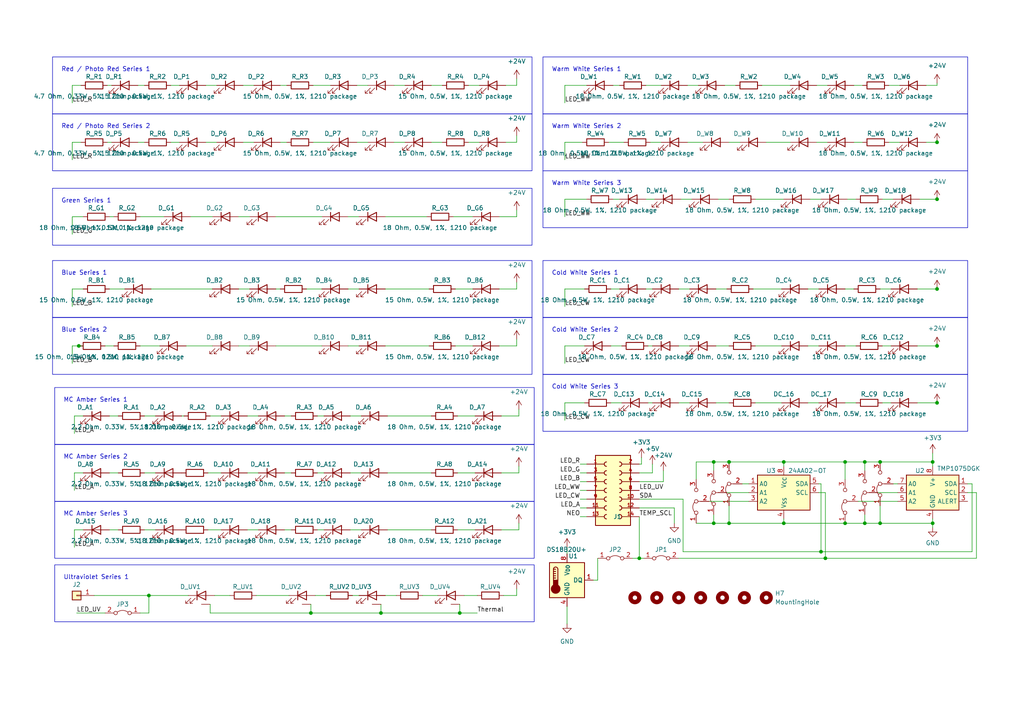
<source format=kicad_sch>
(kicad_sch (version 20231120) (generator "eeschema") (generator_version "8.0")
  (paper "A4")
  (title_block (title "besteLampe! LED Moudule A2") (date "2024-03-02") (rev "1.0") (comment 1 "See  https://lenaschimmel.de/besteLampe! for the source and more information") (comment 2 "This source describes Open Hardware and is licensed under the CERN-OHL-S v2.") (comment 3 "Copyright 2024 Lena Schimmel <mail@lenaschimmel.de>"))
  (junction (at 245.11 133.985))
  (junction (at 270.51 133.985))
  (junction (at 271.78 83.82))
  (junction (at 239.395 161.925))
  (junction (at 271.78 57.785))
  (junction (at 22.86 100.33))
  (junction (at 270.51 151.765))
  (junction (at 255.27 133.985))
  (junction (at 110.49 177.8))
  (junction (at 133.35 177.8))
  (junction (at 250.825 151.765))
  (junction (at 245.11 151.765))
  (junction (at 271.78 116.84))
  (junction (at 43.18 172.72))
  (junction (at 271.78 100.33))
  (junction (at 211.455 133.985))
  (junction (at 238.125 160.02))
  (junction (at 211.455 151.765))
  (junction (at 271.78 41.275))
  (junction (at 227.33 133.985))
  (junction (at 255.27 151.765))
  (junction (at 227.33 151.765))
  (junction (at 185.42 161.925))
  (junction (at 207.01 151.765))
  (junction (at 250.825 133.985))
  (junction (at 207.01 133.985))
  (junction (at 90.17 177.8))
  (wire (pts (xy 183.515 161.925) (xy 185.42 161.925)))
  (wire (pts (xy 49.53 41.275) (xy 52.07 41.275)))
  (wire (pts (xy 247.65 41.275) (xy 250.19 41.275)))
  (wire (pts (xy 257.81 41.275) (xy 260.985 41.275)))
  (wire (pts (xy 179.705 24.765) (xy 177.8 24.765)))
  (wire (pts (xy 22.225 177.8) (xy 30.48 177.8)))
  (wire (pts (xy 110.49 177.8) (xy 110.49 175.26)))
  (wire (pts (xy 41.91 153.67) (xy 45.085 153.67)))
  (wire (pts (xy 150.495 153.67) (xy 145.415 153.67)))
  (wire (pts (xy 82.55 137.16) (xy 84.455 137.16)))
  (wire (pts (xy 255.27 146.685) (xy 255.27 151.765)))
  (wire (pts (xy 227.33 133.985) (xy 227.33 135.255)))
  (wire (pts (xy 60.96 175.26) (xy 60.96 177.8)))
  (wire (pts (xy 40.64 62.865) (xy 47.625 62.865)))
  (wire (pts (xy 219.075 57.785) (xy 227.33 57.785)))
  (wire (pts (xy 257.81 24.765) (xy 260.985 24.765)))
  (wire (pts (xy 271.78 57.15) (xy 271.78 57.785)))
  (wire (pts (xy 80.01 100.33) (xy 93.345 100.33)))
  (wire (pts (xy 271.78 83.185) (xy 271.78 83.82)))
  (wire (pts (xy 71.755 120.65) (xy 74.93 120.65)))
  (wire (pts (xy 137.16 100.33) (xy 132.08 100.33)))
  (wire (pts (xy 180.975 41.275) (xy 176.53 41.275)))
  (wire (pts (xy 268.605 41.275) (xy 271.78 41.275)))
  (wire (pts (xy 24.13 153.67) (xy 21.59 153.67)))
  (wire (pts (xy 43.18 177.8) (xy 43.18 172.72)))
  (wire (pts (xy 137.795 153.67) (xy 132.715 153.67)))
  (wire (pts (xy 211.455 151.765) (xy 227.33 151.765)))
  (wire (pts (xy 135.89 41.275) (xy 139.065 41.275)))
  (wire (pts (xy 138.43 177.8) (xy 133.35 177.8)))
  (wire (pts (xy 34.29 120.65) (xy 31.75 120.65)))
  (wire (pts (xy 20.955 100.33) (xy 22.86 100.33)))
  (wire (pts (xy 239.395 161.925) (xy 283.21 161.925)))
  (wire (pts (xy 255.905 57.785) (xy 259.08 57.785)))
  (wire (pts (xy 271.78 24.13) (xy 271.78 24.765)))
  (wire (pts (xy 30.48 100.33) (xy 33.02 100.33)))
  (wire (pts (xy 266.065 83.82) (xy 271.78 83.82)))
  (wire (pts (xy 137.795 120.65) (xy 132.715 120.65)))
  (wire (pts (xy 112.395 137.16) (xy 125.095 137.16)))
  (wire (pts (xy 92.075 137.16) (xy 93.98 137.16)))
  (wire (pts (xy 270.51 151.765) (xy 270.51 153.035)))
  (wire (pts (xy 149.86 22.86) (xy 149.86 24.765)))
  (wire (pts (xy 185.42 137.16) (xy 189.23 137.16)))
  (wire (pts (xy 60.325 137.16) (xy 64.135 137.16)))
  (wire (pts (xy 20.955 83.82) (xy 24.13 83.82)))
  (wire (pts (xy 250.825 151.765) (xy 255.27 151.765)))
  (wire (pts (xy 168.91 41.275) (xy 163.83 41.275)))
  (wire (pts (xy 81.28 24.765) (xy 83.185 24.765)))
  (wire (pts (xy 150.495 120.65) (xy 145.415 120.65)))
  (wire (pts (xy 211.455 41.275) (xy 214.63 41.275)))
  (wire (pts (xy 168.275 149.86) (xy 170.18 149.86)))
  (wire (pts (xy 189.23 137.16) (xy 189.23 134.62)))
  (wire (pts (xy 149.86 83.82) (xy 144.78 83.82)))
  (wire (pts (xy 69.215 62.865) (xy 72.39 62.865)))
  (wire (pts (xy 186.055 134.62) (xy 186.055 132.715)))
  (wire (pts (xy 196.85 83.82) (xy 200.025 83.82)))
  (wire (pts (xy 82.55 120.65) (xy 84.455 120.65)))
  (wire (pts (xy 90.17 177.8) (xy 110.49 177.8)))
  (wire (pts (xy 163.83 24.765) (xy 163.83 29.845)))
  (wire (pts (xy 234.315 100.33) (xy 237.49 100.33)))
  (wire (pts (xy 281.94 160.02) (xy 281.94 140.335)))
  (wire (pts (xy 92.075 153.67) (xy 93.98 153.67)))
  (wire (pts (xy 40.005 41.275) (xy 41.91 41.275)))
  (wire (pts (xy 218.44 83.82) (xy 226.695 83.82)))
  (wire (pts (xy 237.49 140.335) (xy 238.125 140.335)))
  (wire (pts (xy 255.27 151.765) (xy 270.51 151.765)))
  (wire (pts (xy 88.9 83.82) (xy 93.345 83.82)))
  (wire (pts (xy 234.315 83.82) (xy 237.49 83.82)))
  (wire (pts (xy 185.42 161.925) (xy 186.69 161.925)))
  (wire (pts (xy 100.965 100.33) (xy 104.14 100.33)))
  (wire (pts (xy 245.11 116.84) (xy 248.285 116.84)))
  (wire (pts (xy 247.65 24.765) (xy 250.19 24.765)))
  (wire (pts (xy 207.01 133.985) (xy 207.01 136.525)))
  (wire (pts (xy 114.3 24.765) (xy 117.475 24.765)))
  (wire (pts (xy 100.965 83.82) (xy 104.14 83.82)))
  (wire (pts (xy 196.85 116.84) (xy 200.025 116.84)))
  (wire (pts (xy 170.18 134.62) (xy 168.275 134.62)))
  (wire (pts (xy 32.385 41.275) (xy 31.115 41.275)))
  (wire (pts (xy 185.42 144.78) (xy 198.12 144.78)))
  (wire (pts (xy 135.89 24.765) (xy 139.065 24.765)))
  (wire (pts (xy 114.3 41.275) (xy 117.475 41.275)))
  (wire (pts (xy 82.55 153.67) (xy 84.455 153.67)))
  (wire (pts (xy 134.62 172.72) (xy 138.43 172.72)))
  (wire (pts (xy 271.78 40.64) (xy 271.78 41.275)))
  (wire (pts (xy 102.235 172.72) (xy 104.14 172.72)))
  (wire (pts (xy 245.11 151.765) (xy 250.825 151.765)))
  (wire (pts (xy 111.76 62.865) (xy 123.825 62.865)))
  (wire (pts (xy 180.34 100.33) (xy 177.165 100.33)))
  (wire (pts (xy 177.8 57.785) (xy 179.705 57.785)))
  (wire (pts (xy 163.83 100.33) (xy 163.83 105.41)))
  (wire (pts (xy 101.6 120.65) (xy 104.775 120.65)))
  (wire (pts (xy 255.905 100.33) (xy 258.445 100.33)))
  (wire (pts (xy 149.86 60.96) (xy 149.86 62.865)))
  (wire (pts (xy 71.755 137.16) (xy 74.93 137.16)))
  (wire (pts (xy 207.01 149.225) (xy 207.01 151.765)))
  (wire (pts (xy 208.28 57.785) (xy 211.455 57.785)))
  (wire (pts (xy 234.95 57.785) (xy 238.125 57.785)))
  (wire (pts (xy 40.005 24.765) (xy 41.91 24.765)))
  (wire (pts (xy 90.805 41.275) (xy 95.885 41.275)))
  (wire (pts (xy 245.11 100.33) (xy 248.285 100.33)))
  (wire (pts (xy 150.495 151.765) (xy 150.495 153.67)))
  (wire (pts (xy 245.11 133.985) (xy 250.825 133.985)))
  (wire (pts (xy 179.705 83.82) (xy 177.165 83.82)))
  (wire (pts (xy 70.485 24.765) (xy 73.66 24.765)))
  (wire (pts (xy 283.21 142.875) (xy 283.21 161.925)))
  (wire (pts (xy 74.295 172.72) (xy 83.82 172.72)))
  (wire (pts (xy 250.825 133.985) (xy 250.825 136.525)))
  (wire (pts (xy 133.35 175.26) (xy 133.35 177.8)))
  (wire (pts (xy 236.855 24.765) (xy 240.03 24.765)))
  (wire (pts (xy 198.12 144.78) (xy 198.12 160.02)))
  (wire (pts (xy 24.13 62.865) (xy 20.955 62.865)))
  (wire (pts (xy 245.745 57.785) (xy 248.285 57.785)))
  (wire (pts (xy 268.605 24.765) (xy 271.78 24.765)))
  (wire (pts (xy 111.76 100.33) (xy 124.46 100.33)))
  (wire (pts (xy 60.325 153.67) (xy 64.135 153.67)))
  (wire (pts (xy 207.645 100.33) (xy 211.455 100.33)))
  (wire (pts (xy 62.23 172.72) (xy 66.675 172.72)))
  (wire (pts (xy 185.42 139.7) (xy 192.405 139.7)))
  (wire (pts (xy 245.11 83.82) (xy 247.65 83.82)))
  (wire (pts (xy 187.96 100.33) (xy 189.23 100.33)))
  (wire (pts (xy 21.59 153.67) (xy 21.59 158.75)))
  (wire (pts (xy 163.83 57.785) (xy 170.18 57.785)))
  (wire (pts (xy 111.76 83.82) (xy 124.46 83.82)))
  (wire (pts (xy 101.6 137.16) (xy 104.775 137.16)))
  (wire (pts (xy 207.01 151.765) (xy 211.455 151.765)))
  (wire (pts (xy 31.75 153.67) (xy 34.29 153.67)))
  (wire (pts (xy 227.33 151.765) (xy 245.11 151.765)))
  (wire (pts (xy 90.805 24.765) (xy 95.885 24.765)))
  (wire (pts (xy 90.17 175.26) (xy 90.17 177.8)))
  (wire (pts (xy 41.91 120.65) (xy 45.085 120.65)))
  (wire (pts (xy 199.39 41.275) (xy 203.835 41.275)))
  (wire (pts (xy 170.18 24.765) (xy 163.83 24.765)))
  (wire (pts (xy 55.245 62.865) (xy 61.595 62.865)))
  (wire (pts (xy 164.465 158.75) (xy 164.465 160.655)))
  (wire (pts (xy 149.86 39.37) (xy 149.86 41.275)))
  (wire (pts (xy 270.51 150.495) (xy 270.51 151.765)))
  (wire (pts (xy 169.545 116.84) (xy 163.83 116.84)))
  (wire (pts (xy 210.82 142.875) (xy 217.17 142.875)))
  (wire (pts (xy 52.705 120.65) (xy 53.34 120.65)))
  (wire (pts (xy 266.065 116.84) (xy 271.78 116.84)))
  (wire (pts (xy 80.01 83.82) (xy 81.28 83.82)))
  (wire (pts (xy 170.18 139.7) (xy 168.275 139.7)))
  (wire (pts (xy 31.75 83.82) (xy 36.195 83.82)))
  (wire (pts (xy 210.185 24.765) (xy 213.36 24.765)))
  (wire (pts (xy 170.18 137.16) (xy 168.275 137.16)))
  (wire (pts (xy 227.33 133.985) (xy 245.11 133.985)))
  (wire (pts (xy 195.58 151.765) (xy 195.58 147.32)))
  (wire (pts (xy 172.085 168.275) (xy 173.355 168.275)))
  (wire (pts (xy 170.18 147.32) (xy 168.275 147.32)))
  (wire (pts (xy 31.75 137.16) (xy 34.29 137.16)))
  (wire (pts (xy 149.86 98.425) (xy 149.86 100.33)))
  (wire (pts (xy 144.78 62.865) (xy 149.86 62.865)))
  (wire (pts (xy 239.395 142.875) (xy 239.395 161.925)))
  (wire (pts (xy 111.76 172.72) (xy 114.935 172.72)))
  (wire (pts (xy 185.42 134.62) (xy 186.055 134.62)))
  (wire (pts (xy 20.955 62.865) (xy 20.955 67.945)))
  (wire (pts (xy 170.18 142.24) (xy 168.275 142.24)))
  (wire (pts (xy 185.42 149.86) (xy 185.42 161.925)))
  (wire (pts (xy 103.505 24.765) (xy 106.68 24.765)))
  (wire (pts (xy 43.815 83.82) (xy 61.595 83.82)))
  (wire (pts (xy 69.215 100.33) (xy 72.39 100.33)))
  (wire (pts (xy 207.645 83.82) (xy 210.82 83.82)))
  (wire (pts (xy 255.905 116.84) (xy 258.445 116.84)))
  (wire (pts (xy 196.85 100.33) (xy 200.025 100.33)))
  (wire (pts (xy 222.25 41.275) (xy 229.235 41.275)))
  (wire (pts (xy 149.86 24.765) (xy 146.685 24.765)))
  (wire (pts (xy 217.17 145.415) (xy 205.74 145.415)))
  (wire (pts (xy 149.86 100.33) (xy 144.78 100.33)))
  (wire (pts (xy 187.96 116.84) (xy 189.23 116.84)))
  (wire (pts (xy 191.77 41.275) (xy 188.595 41.275)))
  (wire (pts (xy 137.16 83.82) (xy 132.08 83.82)))
  (wire (pts (xy 227.33 133.985) (xy 211.455 133.985)))
  (wire (pts (xy 133.35 177.8) (xy 110.49 177.8)))
  (wire (pts (xy 81.28 41.275) (xy 83.185 41.275)))
  (wire (pts (xy 234.315 116.84) (xy 237.49 116.84)))
  (wire (pts (xy 23.495 24.765) (xy 20.955 24.765)))
  (wire (pts (xy 149.86 172.72) (xy 149.86 170.815)))
  (wire (pts (xy 281.94 140.335) (xy 280.67 140.335)))
  (wire (pts (xy 266.065 100.33) (xy 271.78 100.33)))
  (wire (pts (xy 227.33 151.765) (xy 227.33 150.495)))
  (wire (pts (xy 100.965 62.865) (xy 104.14 62.865)))
  (wire (pts (xy 33.02 62.865) (xy 31.75 62.865)))
  (wire (pts (xy 163.83 83.82) (xy 163.83 88.9)))
  (wire (pts (xy 169.545 83.82) (xy 163.83 83.82)))
  (wire (pts (xy 41.91 137.16) (xy 45.085 137.16)))
  (wire (pts (xy 260.35 145.415) (xy 248.92 145.415)))
  (wire (pts (xy 220.98 24.765) (xy 229.235 24.765)))
  (wire (pts (xy 24.13 120.65) (xy 21.59 120.65)))
  (wire (pts (xy 245.11 133.985) (xy 245.11 139.065)))
  (wire (pts (xy 187.325 24.765) (xy 191.77 24.765)))
  (wire (pts (xy 40.64 177.8) (xy 43.18 177.8)))
  (wire (pts (xy 92.075 120.65) (xy 93.98 120.65)))
  (wire (pts (xy 250.825 133.985) (xy 255.27 133.985)))
  (wire (pts (xy 71.755 153.67) (xy 74.93 153.67)))
  (wire (pts (xy 280.67 142.875) (xy 283.21 142.875)))
  (wire (pts (xy 236.855 41.275) (xy 240.03 41.275)))
  (wire (pts (xy 21.59 120.65) (xy 21.59 125.73)))
  (wire (pts (xy 60.96 177.8) (xy 90.17 177.8)))
  (wire (pts (xy 24.13 137.16) (xy 21.59 137.16)))
  (wire (pts (xy 215.265 140.335) (xy 217.17 140.335)))
  (wire (pts (xy 163.83 57.785) (xy 163.83 62.865)))
  (wire (pts (xy 192.405 139.7) (xy 192.405 136.525)))
  (wire (pts (xy 21.59 137.16) (xy 21.59 142.24)))
  (wire (pts (xy 20.955 100.33) (xy 20.955 105.41)))
  (wire (pts (xy 270.51 133.985) (xy 270.51 135.255)))
  (wire (pts (xy 80.01 62.865) (xy 93.345 62.865)))
  (wire (pts (xy 27.305 172.72) (xy 43.18 172.72)))
  (wire (pts (xy 131.445 62.865) (xy 137.16 62.865)))
  (wire (pts (xy 150.495 137.16) (xy 145.415 137.16)))
  (wire (pts (xy 112.395 120.65) (xy 125.095 120.65)))
  (wire (pts (xy 196.85 161.925) (xy 239.395 161.925)))
  (wire (pts (xy 164.465 175.895) (xy 164.465 180.975)))
  (wire (pts (xy 201.93 133.985) (xy 201.93 139.065)))
  (wire (pts (xy 237.49 142.875) (xy 239.395 142.875)))
  (wire (pts (xy 20.955 24.765) (xy 20.955 29.845)))
  (wire (pts (xy 173.355 168.275) (xy 173.355 161.925)))
  (wire (pts (xy 266.7 57.785) (xy 271.78 57.785)))
  (wire (pts (xy 49.53 24.765) (xy 52.07 24.765)))
  (wire (pts (xy 254.635 142.875) (xy 260.35 142.875)))
  (wire (pts (xy 91.44 172.72) (xy 94.615 172.72)))
  (wire (pts (xy 60.96 120.65) (xy 64.135 120.65)))
  (wire (pts (xy 112.395 153.67) (xy 125.095 153.67)))
  (wire (pts (xy 270.51 133.985) (xy 255.27 133.985)))
  (wire (pts (xy 170.18 144.78) (xy 168.275 144.78)))
  (wire (pts (xy 43.18 172.72) (xy 54.61 172.72)))
  (wire (pts (xy 125.095 41.275) (xy 128.27 41.275)))
  (wire (pts (xy 211.455 146.685) (xy 211.455 151.765)))
  (wire (pts (xy 198.12 160.02) (xy 238.125 160.02)))
  (wire (pts (xy 187.325 57.785) (xy 189.865 57.785)))
  (wire (pts (xy 238.125 140.335) (xy 238.125 160.02)))
  (wire (pts (xy 31.115 24.765) (xy 32.385 24.765)))
  (wire (pts (xy 20.955 41.275) (xy 20.955 46.355)))
  (wire (pts (xy 271.78 99.695) (xy 271.78 100.33)))
  (wire (pts (xy 59.69 41.275) (xy 62.865 41.275)))
  (wire (pts (xy 150.495 135.255) (xy 150.495 137.16)))
  (wire (pts (xy 163.83 41.275) (xy 163.83 46.355)))
  (wire (pts (xy 259.08 140.335) (xy 260.35 140.335)))
  (wire (pts (xy 149.86 41.275) (xy 146.685 41.275)))
  (wire (pts (xy 255.27 83.82) (xy 258.445 83.82)))
  (wire (pts (xy 20.955 83.82) (xy 20.955 88.9)))
  (wire (pts (xy 199.39 24.765) (xy 202.565 24.765)))
  (wire (pts (xy 70.485 41.275) (xy 73.66 41.275)))
  (wire (pts (xy 250.825 149.225) (xy 250.825 151.765)))
  (wire (pts (xy 180.34 116.84) (xy 177.165 116.84)))
  (wire (pts (xy 219.075 116.84) (xy 226.695 116.84)))
  (wire (pts (xy 270.51 131.445) (xy 270.51 133.985)))
  (wire (pts (xy 219.075 100.33) (xy 226.695 100.33)))
  (wire (pts (xy 238.125 160.02) (xy 281.94 160.02)))
  (wire (pts (xy 201.93 151.765) (xy 207.01 151.765)))
  (wire (pts (xy 40.64 100.33) (xy 46.355 100.33)))
  (wire (pts (xy 103.505 41.275) (xy 106.68 41.275)))
  (wire (pts (xy 201.93 133.985) (xy 207.01 133.985)))
  (wire (pts (xy 150.495 118.745) (xy 150.495 120.65)))
  (wire (pts (xy 149.86 81.915) (xy 149.86 83.82)))
  (wire (pts (xy 59.69 24.765) (xy 62.865 24.765)))
  (wire (pts (xy 185.42 147.32) (xy 195.58 147.32)))
  (wire (pts (xy 207.01 133.985) (xy 211.455 133.985)))
  (wire (pts (xy 149.86 172.72) (xy 146.05 172.72)))
  (wire (pts (xy 207.645 116.84) (xy 211.455 116.84)))
  (wire (pts (xy 122.555 172.72) (xy 127 172.72)))
  (wire (pts (xy 163.83 116.84) (xy 163.83 121.92)))
  (wire (pts (xy 137.795 137.16) (xy 132.715 137.16)))
  (wire (pts (xy 23.495 41.275) (xy 20.955 41.275)))
  (wire (pts (xy 169.545 100.33) (xy 163.83 100.33)))
  (wire (pts (xy 197.485 57.785) (xy 200.66 57.785)))
  (wire (pts (xy 187.325 83.82) (xy 189.23 83.82)))
  (wire (pts (xy 125.095 24.765) (xy 128.27 24.765)))
  (wire (pts (xy 69.215 83.82) (xy 72.39 83.82)))
  (wire (pts (xy 22.86 100.33) (xy 24.13 100.33)))
  (wire (pts (xy 271.78 116.205) (xy 271.78 116.84)))
  (wire (pts (xy 53.975 100.33) (xy 61.595 100.33)))
  (wire (pts (xy 101.6 153.67) (xy 104.775 153.67)))
  (rectangle (start 15.24 33.02) (end 154.305 49.53))
  (rectangle (start 157.48 16.51) (end 280.67 33.02))
  (rectangle (start 157.48 92.075) (end 280.67 108.585))
  (rectangle (start 157.48 33.02) (end 280.67 49.53))
  (rectangle (start 15.24 16.51) (end 154.305 33.02))
  (rectangle (start 15.24 54.61) (end 154.305 71.12))
  (rectangle (start 15.24 92.075) (end 154.305 108.585))
  (rectangle (start 157.48 75.565) (end 280.67 92.075))
  (rectangle (start 157.48 49.53) (end 280.67 66.04))
  (rectangle (start 15.875 128.905) (end 154.94 145.415))
  (rectangle (start 15.875 163.83) (end 154.94 180.34))
  (rectangle (start 15.875 112.395) (end 154.94 128.905))
  (rectangle (start 15.24 75.565) (end 154.305 92.075))
  (rectangle (start 157.48 108.585) (end 280.67 125.095))
  (rectangle (start 15.875 145.415) (end 154.94 161.925))
  (text "Warm White Series 2" (at 160.02 37.465 0) (effects (font (size 1.27 1.27)) (justify left bottom)))
  (text "MC Amber Series 3" (at 18.415 149.86 0) (effects (font (size 1.27 1.27)) (justify left bottom)))
  (text "Cold White Series 2" (at 160.02 96.52 0) (effects (font (size 1.27 1.27)) (justify left bottom)))
  (text "Warm White Series 3" (at 160.02 53.975 0) (effects (font (size 1.27 1.27)) (justify left bottom)))
  (text "Warm White Series 1" (at 160.02 20.955 0) (effects (font (size 1.27 1.27)) (justify left bottom)))
  (text "Red / Photo Red Series 1" (at 17.78 20.955 0) (effects (font (size 1.27 1.27)) (justify left bottom)))
  (text "Cold White Series 1" (at 160.02 80.01 0) (effects (font (size 1.27 1.27)) (justify left bottom)))
  (text "Blue Series 1" (at 17.78 80.01 0) (effects (font (size 1.27 1.27)) (justify left bottom)))
  (text "MC Amber Series 1" (at 18.415 116.84 0) (effects (font (size 1.27 1.27)) (justify left bottom)))
  (text "Red / Photo Red Series 2" (at 17.78 37.465 0) (effects (font (size 1.27 1.27)) (justify left bottom)))
  (text "Blue Series 2" (at 17.78 96.52 0) (effects (font (size 1.27 1.27)) (justify left bottom)))
  (text "MC Amber Series 2" (at 18.415 133.35 0) (effects (font (size 1.27 1.27)) (justify left bottom)))
  (text "Ultraviolet Series 1" (at 18.415 168.275 0) (effects (font (size 1.27 1.27)) (justify left bottom)))
  (text "Green Series 1" (at 17.78 59.055 0) (effects (font (size 1.27 1.27)) (justify left bottom)))
  (text "Cold White Series 3" (at 160.02 113.03 0) (effects (font (size 1.27 1.27)) (justify left bottom)))
  (label "LED_UV" (at 185.42 142.24 0))
  (label "LED_A" (at 21.59 142.24 0))
  (label "LED_CW" (at 163.83 121.92 0))
  (label "LED_CW" (at 163.83 105.41 0))
  (label "LED_B" (at 20.955 88.9 0))
  (label "LED_WW" (at 163.83 46.355 0))
  (label "LED_UV" (at 22.225 177.8 0))
  (label "SDA" (at 185.42 144.78 0))
  (label "LED_B" (at 20.955 105.41 0))
  (label "TEMP_SCL" (at 185.42 149.86 0))
  (label "LED_G" (at 168.275 137.16 180))
  (label "LED_R" (at 20.955 29.845 0))
  (label "LED_B" (at 168.275 139.7 180))
  (label "Thermal" (at 138.43 177.8 0))
  (label "LED_A" (at 21.59 158.75 0))
  (label "LED_WW" (at 163.83 62.865 0))
  (label "LED_R" (at 20.955 46.355 0))
  (label "NEO" (at 168.275 149.86 180))
  (label "LED_WW" (at 163.83 29.845 0))
  (label "LED_WW" (at 168.275 142.24 180))
  (label "LED_A" (at 21.59 125.73 0))
  (label "LED_CW" (at 163.83 88.9 0))
  (label "LED_G" (at 20.955 67.945 0))
  (label "LED_CW" (at 168.275 144.78 180))
  (label "LED_R" (at 168.275 134.62 180))
  (label "LED_A" (at 168.275 147.32 180))
  (symbol (lib_id "LED:LED_CREE_JSE28L3E5_Group_1") (at 262.255 83.82 0) (unit 1)
    (property "Reference" "D_C6" (at 259.08 81.28 0))
    (property "Value" "Cold White" (effects (hide yes)))
    (property "Footprint" "LED_SMD:LED_2835_CREE_JSE28L3E5" (effects (hide yes)))
    (property "Datasheet" "https://www.mouser.de/datasheet/2/723/JSeries_2835_Color-3359504.pdf" (effects (hide yes)))
    (property "Mouser Part" "941-JE2835BWTNU57EAN " (effects (hide yes)))
    (property "Manufacturer" "Cree LED" (effects (hide yes)))
    (property "Note" "Big Cathode" (effects (hide yes)))
    (property "Part Number" "JE2835BWT-N-U57EA0000-N0000001" (effects (hide yes)))
  )
  (symbol (lib_id "LED:LED_Thermal_Pad") (at 58.42 172.72 0) (unit 1)
    (property "Reference" "D_UV1" (at 55.245 170.18 0))
    (property "Value" "Ultra Violet" (effects (hide yes)))
    (property "Footprint" "LED_SMD:LED_2835_CREE_JSE28L3E5" (effects (hide yes)))
    (property "Datasheet" "https://www.mouser.de/datasheet/2/723/JSeries_2835_Color-3359504.pdf" (effects (hide yes)))
    (property "Mouser Part" "941-JE2835AHRN01AN " (effects (hide yes)))
    (property "Manufacturer" "Luminus Devices" (effects (hide yes)))
    (property "Part Number" "SST-08-UV-A130-365-ENG" (effects (hide yes)))
  )
  (symbol (lib_id "LED:LED_CREE_JSE28L3E5_Group_1") (at 107.95 100.33 0) (unit 1)
    (property "Reference" "D_B11" (at 104.775 97.79 0))
    (property "Value" "Royal Blue" (effects (hide yes)))
    (property "Footprint" "LED_SMD:LED_2835_CREE_JSE28L3E5" (effects (hide yes)))
    (property "Datasheet" "https://www.mouser.de/datasheet/2/723/JSeries_2835_Color-3359504.pdf" (effects (hide yes)))
    (property "Mouser Part" "941-JE2835ARYN02AN " (effects (hide yes)))
    (property "Manufacturer" "Cree LED" (effects (hide yes)))
    (property "Note" "Big Cathode" (effects (hide yes)))
    (property "Part Number" "JE2835ARY-N-0002A0000-N0000001 " (effects (hide yes)))
  )
  (symbol (lib_id "Jumper:Jumper_3_Bridged12") (at 255.27 140.335 90) (unit 1)
    (property "Reference" "A0" (effects (hide yes)))
    (property "Value" "Jumper_3_Bridged12" (effects (hide yes)))
    (property "Footprint" "Jumper:SolderJumper-3_P1.3mm_Bridged12_RoundedPad1.0x1.5mm" (effects (hide yes)))
  )
  (symbol (lib_id "Device:R") (at 142.24 172.72 90) (unit 1)
    (property "Reference" "R_UV4" (at 142.24 170.18 90))
    (property "Value" "4.7 Ohm, 0.33W, 5%, 1210 package" (effects (hide yes)))
    (property "Footprint" "Resistor_SMD:R_1210_3225Metric" (effects (hide yes)))
  )
  (symbol (lib_id "LED:LED_CREE_JSE28L3E5_Group_1") (at 140.97 100.33 0) (unit 1)
    (property "Reference" "D_B12" (at 137.795 97.79 0))
    (property "Value" "Royal Blue" (effects (hide yes)))
    (property "Footprint" "LED_SMD:LED_2835_CREE_JSE28L3E5" (effects (hide yes)))
    (property "Datasheet" "https://www.mouser.de/datasheet/2/723/JSeries_2835_Color-3359504.pdf" (effects (hide yes)))
    (property "Mouser Part" "941-JE2835ARYN02AN " (effects (hide yes)))
    (property "Manufacturer" "Cree LED" (effects (hide yes)))
    (property "Note" "Big Cathode" (effects (hide yes)))
    (property "Part Number" "JE2835ARY-N-0002A0000-N0000001 " (effects (hide yes)))
  )
  (symbol (lib_id "LED:LED_CREE_JSE28L3E5_Group_2") (at 108.585 137.16 0) (unit 1)
    (property "Reference" "D_A13" (at 105.41 134.62 0))
    (property "Value" "Amber" (effects (hide yes)))
    (property "Footprint" "LED_SMD:LED_2835_CREE_JSE28L3E5_Big_Anode" (effects (hide yes)))
    (property "Datasheet" "https://www.mouser.de/datasheet/2/723/JSeries_2835_Color-3359504.pdf" (effects (hide yes)))
    (property "Mouser Part" "941-JE2835AAMN01AN" (effects (hide yes)))
    (property "Manufacturer" "Cree LED" (effects (hide yes)))
    (property "Note" "Big Anode" (effects (hide yes)))
    (property "Part Number" "JE2835AAM-N-0001A0000-N0000001 " (effects (hide yes)))
  )
  (symbol (lib_id "Device:R") (at 173.355 83.82 90) (unit 1)
    (property "Reference" "R_C1" (at 173.355 81.28 90))
    (property "Value" "18 Ohm, 0.5W, 1%, 1210 package" (at 173.355 86.995 90))
    (property "Footprint" "Resistor_SMD:R_1210_3225Metric" (effects (hide yes)))
  )
  (symbol (lib_id "LED:LED_CREE_JSE28L3E5_Group_1") (at 241.3 100.33 0) (unit 1)
    (property "Reference" "D_C11" (at 238.125 97.79 0))
    (property "Value" "Cold White" (effects (hide yes)))
    (property "Footprint" "LED_SMD:LED_2835_CREE_JSE28L3E5" (effects (hide yes)))
    (property "Datasheet" "https://www.mouser.de/datasheet/2/723/JSeries_2835_Color-3359504.pdf" (effects (hide yes)))
    (property "Mouser Part" "941-JE2835BWTNU57EAN " (effects (hide yes)))
    (property "Manufacturer" "Cree LED" (effects (hide yes)))
    (property "Note" "Big Cathode" (effects (hide yes)))
    (property "Part Number" "JE2835BWT-N-U57EA0000-N0000001" (effects (hide yes)))
  )
  (symbol (lib_id "LED:LED_CREE_JSE28L3E5_Group_2") (at 78.74 153.67 0) (unit 1)
    (property "Reference" "D_A18" (at 75.565 151.13 0))
    (property "Value" "Amber" (effects (hide yes)))
    (property "Footprint" "LED_SMD:LED_2835_CREE_JSE28L3E5_Big_Anode" (effects (hide yes)))
    (property "Datasheet" "https://www.mouser.de/datasheet/2/723/JSeries_2835_Color-3359504.pdf" (effects (hide yes)))
    (property "Mouser Part" "941-JE2835AAMN01AN" (effects (hide yes)))
    (property "Manufacturer" "Cree LED" (effects (hide yes)))
    (property "Note" "Big Anode" (effects (hide yes)))
    (property "Part Number" "JE2835AAM-N-0001A0000-N0000001 " (effects (hide yes)))
  )
  (symbol (lib_id "LED:LED_CREE_JSE28L3E5_Group_1") (at 76.2 83.82 0) (unit 1)
    (property "Reference" "D_B3" (at 73.025 81.28 0))
    (property "Value" "Royal Blue" (effects (hide yes)))
    (property "Footprint" "LED_SMD:LED_2835_CREE_JSE28L3E5" (effects (hide yes)))
    (property "Datasheet" "https://www.mouser.de/datasheet/2/723/JSeries_2835_Color-3359504.pdf" (effects (hide yes)))
    (property "Mouser Part" "941-JE2835ARYN02AN " (effects (hide yes)))
    (property "Manufacturer" "Cree LED" (effects (hide yes)))
    (property "Note" "Big Cathode" (effects (hide yes)))
    (property "Part Number" "JE2835ARY-N-0002A0000-N0000001 " (effects (hide yes)))
  )
  (symbol (lib_id "power:+24V") (at 271.78 24.13 0) (unit 1)
    (property "Reference" "#PWR09" (effects (hide yes)))
    (property "Value" "+24V" (at 271.78 19.05 0))
  )
  (symbol (lib_id "LED:LED_CREE_JSE28L3E5_Group_1") (at 230.505 83.82 0) (unit 1)
    (property "Reference" "D_C4" (at 227.33 81.28 0))
    (property "Value" "Cold White" (effects (hide yes)))
    (property "Footprint" "LED_SMD:LED_2835_CREE_JSE28L3E5" (effects (hide yes)))
    (property "Datasheet" "https://www.mouser.de/datasheet/2/723/JSeries_2835_Color-3359504.pdf" (effects (hide yes)))
    (property "Mouser Part" "941-JE2835BWTNU57EAN " (effects (hide yes)))
    (property "Manufacturer" "Cree LED" (effects (hide yes)))
    (property "Note" "Big Cathode" (effects (hide yes)))
    (property "Part Number" "JE2835BWT-N-U57EA0000-N0000001" (effects (hide yes)))
  )
  (symbol (lib_id "power:+3V3") (at 186.055 132.715 0) (unit 1)
    (property "Reference" "#PWR018" (effects (hide yes)))
    (property "Value" "+3V3" (at 186.055 128.27 0))
  )
  (symbol (lib_id "power:+24V") (at 150.495 118.745 0) (unit 1)
    (property "Reference" "#PWR03" (effects (hide yes)))
    (property "Value" "+24V" (at 150.495 113.665 0))
  )
  (symbol (lib_id "Device:R") (at 215.265 57.785 90) (unit 1)
    (property "Reference" "R_W8" (at 215.265 55.245 90))
    (property "Value" "18 Ohm, 0.5W, 1%, 1210 package" (at 215.265 60.96 90))
    (property "Footprint" "Resistor_SMD:R_1210_3225Metric" (effects (hide yes)))
  )
  (symbol (lib_id "LED:LED_CREE_JSE28L3E5_Group_1") (at 193.04 83.82 0) (unit 1)
    (property "Reference" "D_C2" (at 189.865 81.28 0))
    (property "Value" "Cold White" (effects (hide yes)))
    (property "Footprint" "LED_SMD:LED_2835_CREE_JSE28L3E5" (effects (hide yes)))
    (property "Datasheet" "https://www.mouser.de/datasheet/2/723/JSeries_2835_Color-3359504.pdf" (effects (hide yes)))
    (property "Mouser Part" "941-JE2835BWTNU57EAN " (effects (hide yes)))
    (property "Manufacturer" "Cree LED" (effects (hide yes)))
    (property "Note" "Big Cathode" (effects (hide yes)))
    (property "Part Number" "JE2835BWT-N-U57EA0000-N0000001" (effects (hide yes)))
  )
  (symbol (lib_id "LED:LED_CREE_JSE28L3E5_Group_2") (at 55.88 24.765 0) (unit 1)
    (property "Reference" "D_P1" (at 52.705 22.225 0))
    (property "Value" "Photo Red" (effects (hide yes)))
    (property "Footprint" "LED_SMD:LED_2835_CREE_JSE28L3E5_Big_Anode" (effects (hide yes)))
    (property "Datasheet" "https://www.mouser.de/datasheet/2/723/JSeries_2835_Color-3359504.pdf" (effects (hide yes)))
    (property "Mouser Part" "941-JE2835AHRN01AN " (effects (hide yes)))
    (property "Manufacturer" "Cree LED" (effects (hide yes)))
    (property "Note" "Big Anode" (effects (hide yes)))
    (property "Part Number" "JE2835AHR-N-0001A0000-N0000001 " (effects (hide yes)))
  )
  (symbol (lib_id "LED:LED_CREE_JSE28L3E5_Group_2") (at 48.895 153.67 0) (unit 1)
    (property "Reference" "D_A16" (at 45.72 151.13 0))
    (property "Value" "Amber" (effects (hide yes)))
    (property "Footprint" "LED_SMD:LED_2835_CREE_JSE28L3E5_Big_Anode" (effects (hide yes)))
    (property "Datasheet" "https://www.mouser.de/datasheet/2/723/JSeries_2835_Color-3359504.pdf" (effects (hide yes)))
    (property "Mouser Part" "941-JE2835AAMN01AN" (effects (hide yes)))
    (property "Manufacturer" "Cree LED" (effects (hide yes)))
    (property "Note" "Big Anode" (effects (hide yes)))
    (property "Part Number" "JE2835AAM-N-0001A0000-N0000001 " (effects (hide yes)))
  )
  (symbol (lib_id "LED:LED_CREE_JSE28L3E5_Group_2") (at 67.945 153.67 0) (unit 1)
    (property "Reference" "D_A17" (at 64.77 151.13 0))
    (property "Value" "Amber" (effects (hide yes)))
    (property "Footprint" "LED_SMD:LED_2835_CREE_JSE28L3E5_Big_Anode" (effects (hide yes)))
    (property "Datasheet" "https://www.mouser.de/datasheet/2/723/JSeries_2835_Color-3359504.pdf" (effects (hide yes)))
    (property "Mouser Part" "941-JE2835AAMN01AN" (effects (hide yes)))
    (property "Manufacturer" "Cree LED" (effects (hide yes)))
    (property "Note" "Big Anode" (effects (hide yes)))
    (property "Part Number" "JE2835AAM-N-0001A0000-N0000001 " (effects (hide yes)))
  )
  (symbol (lib_id "LED:LED_CREE_JSE28L3E5_Group_2") (at 99.695 41.275 0) (unit 1)
    (property "Reference" "D_P7" (at 96.52 38.735 0))
    (property "Value" "Photo Red" (effects (hide yes)))
    (property "Footprint" "LED_SMD:LED_2835_CREE_JSE28L3E5_Big_Anode" (effects (hide yes)))
    (property "Datasheet" "https://www.mouser.de/datasheet/2/723/JSeries_2835_Color-3359504.pdf" (effects (hide yes)))
    (property "Mouser Part" "941-JE2835AHRN01AN " (effects (hide yes)))
    (property "Manufacturer" "Cree LED" (effects (hide yes)))
    (property "Note" "Big Anode" (effects (hide yes)))
    (property "Part Number" "JE2835AHR-N-0001A0000-N0000001 " (effects (hide yes)))
  )
  (symbol (lib_id "Device:R") (at 88.265 153.67 90) (unit 1)
    (property "Reference" "R_A11" (at 88.265 151.13 90))
    (property "Value" "18 Ohm, 0.5W, 1%, 1210 package" (at 88.265 156.845 90))
    (property "Footprint" "Resistor_SMD:R_1210_3225Metric" (effects (hide yes)))
  )
  (symbol (lib_id "LED:LED_CREE_JSE28L3E5_Group_2") (at 77.47 41.275 0) (unit 1)
    (property "Reference" "D_R6" (at 74.295 38.735 0))
    (property "Value" "Red" (effects (hide yes)))
    (property "Footprint" "LED_SMD:LED_2835_CREE_JSE28L3E5_Big_Anode" (effects (hide yes)))
    (property "Datasheet" "https://www.mouser.de/datasheet/2/723/JSeries_2835_Color-3359504.pdf" (effects (hide yes)))
    (property "Mouser Part" "941-JE2835ARDN01AN " (effects (hide yes)))
    (property "Manufacturer" "Cree LED" (effects (hide yes)))
    (property "Note" "Big Anode" (effects (hide yes)))
    (property "Part Number" "JE2835ARD-N-0001A0000-N0000001 " (effects (hide yes)))
  )
  (symbol (lib_id "LED:LED_CREE_JSE28L3E5_Group_1") (at 230.505 116.84 0) (unit 1)
    (property "Reference" "DC_16" (at 227.33 114.3 0))
    (property "Value" "Cold White" (effects (hide yes)))
    (property "Footprint" "LED_SMD:LED_2835_CREE_JSE28L3E5" (effects (hide yes)))
    (property "Datasheet" "https://www.mouser.de/datasheet/2/723/JSeries_2835_Color-3359504.pdf" (effects (hide yes)))
    (property "Mouser Part" "941-JE2835BWTNU57EAN " (effects (hide yes)))
    (property "Manufacturer" "Cree LED" (effects (hide yes)))
    (property "Note" "Big Cathode" (effects (hide yes)))
    (property "Part Number" "JE2835BWT-N-U57EA0000-N0000001" (effects (hide yes)))
  )
  (symbol (lib_id "power:+24V") (at 192.405 136.525 0) (unit 1)
    (property "Reference" "#PWR016" (effects (hide yes)))
    (property "Value" "+24V" (at 192.405 132.08 0))
  )
  (symbol (lib_id "LED:LED_CREE_JSE28L3E5_Group_2") (at 97.79 120.65 0) (unit 1)
    (property "Reference" "D_A5" (at 94.615 118.11 0))
    (property "Value" "Amber" (effects (hide yes)))
    (property "Footprint" "LED_SMD:LED_2835_CREE_JSE28L3E5_Big_Anode" (effects (hide yes)))
    (property "Datasheet" "https://www.mouser.de/datasheet/2/723/JSeries_2835_Color-3359504.pdf" (effects (hide yes)))
    (property "Mouser Part" "941-JE2835AAMN01AN" (effects (hide yes)))
    (property "Manufacturer" "Cree LED" (effects (hide yes)))
    (property "Note" "Big Anode" (effects (hide yes)))
    (property "Part Number" "JE2835AAM-N-0001A0000-N0000001 " (effects (hide yes)))
  )
  (symbol (lib_id "LED:LED_CREE_JSE28L3E5_Group_2") (at 121.285 41.275 0) (unit 1)
    (property "Reference" "D_P8" (at 118.11 38.735 0))
    (property "Value" "Photo Red" (effects (hide yes)))
    (property "Footprint" "LED_SMD:LED_2835_CREE_JSE28L3E5_Big_Anode" (effects (hide yes)))
    (property "Datasheet" "https://www.mouser.de/datasheet/2/723/JSeries_2835_Color-3359504.pdf" (effects (hide yes)))
    (property "Mouser Part" "941-JE2835AHRN01AN " (effects (hide yes)))
    (property "Manufacturer" "Cree LED" (effects (hide yes)))
    (property "Note" "Big Anode" (effects (hide yes)))
    (property "Part Number" "JE2835AHR-N-0001A0000-N0000001 " (effects (hide yes)))
  )
  (symbol (lib_id "power:+24V") (at 271.78 83.82 0) (unit 1)
    (property "Reference" "#PWR012" (effects (hide yes)))
    (property "Value" "+24V" (at 271.78 78.74 0))
  )
  (symbol (lib_id "Device:R") (at 217.17 24.765 90) (unit 1)
    (property "Reference" "R_W2" (at 217.17 22.225 90))
    (property "Value" "18 Ohm, 0.5W, 1%, 1210 package" (at 217.17 27.94 90))
    (property "Footprint" "Resistor_SMD:R_1210_3225Metric" (effects (hide yes)))
  )
  (symbol (lib_id "Sensor_Temperature:TMP1075DGK") (at 270.51 142.875 0) (unit 1)
    (property "Reference" "U2" (at 265.43 136.525 0) (effects (justify left)))
    (property "Value" "TMP1075DGK" (at 271.78 135.89 0) (effects (justify left)))
    (property "Footprint" "Package_SO:VSSOP-8_3.0x3.0mm_P0.65mm" (effects (hide yes)))
    (property "Datasheet" "https://www.ti.com/lit/gpn/tmp1075" (effects (hide yes)))
  )
  (symbol (lib_id "LED:LED_CREE_JSE28L3E5_Group_2") (at 36.195 41.275 0) (unit 1)
    (property "Reference" "D_P5" (at 33.02 38.735 0))
    (property "Value" "Photo Red" (effects (hide yes)))
    (property "Footprint" "LED_SMD:LED_2835_CREE_JSE28L3E5_Big_Anode" (effects (hide yes)))
    (property "Datasheet" "https://www.mouser.de/datasheet/2/723/JSeries_2835_Color-3359504.pdf" (effects (hide yes)))
    (property "Mouser Part" "941-JE2835AHRN01AN " (effects (hide yes)))
    (property "Manufacturer" "Cree LED" (effects (hide yes)))
    (property "Note" "Big Anode" (effects (hide yes)))
    (property "Part Number" "JE2835AHR-N-0001A0000-N0000001 " (effects (hide yes)))
  )
  (symbol (lib_id "Jumper:Jumper_3_Bridged12") (at 211.455 140.335 90) (unit 1)
    (property "Reference" "A0b1" (effects (hide yes)))
    (property "Value" "Jumper_3_Bridged12" (effects (hide yes)))
    (property "Footprint" "Jumper:SolderJumper-3_P1.3mm_Bridged12_RoundedPad1.0x1.5mm" (effects (hide yes)))
  )
  (symbol (lib_id "LED:LED_CREE_JSE28L3E5_Group_1") (at 193.04 116.84 0) (unit 1)
    (property "Reference" "D_C14" (at 189.865 114.3 0))
    (property "Value" "Cold White" (effects (hide yes)))
    (property "Footprint" "LED_SMD:LED_2835_CREE_JSE28L3E5" (effects (hide yes)))
    (property "Datasheet" "https://www.mouser.de/datasheet/2/723/JSeries_2835_Color-3359504.pdf" (effects (hide yes)))
    (property "Mouser Part" "941-JE2835BWTNU57EAN " (effects (hide yes)))
    (property "Manufacturer" "Cree LED" (effects (hide yes)))
    (property "Note" "Big Cathode" (effects (hide yes)))
    (property "Part Number" "JE2835BWT-N-U57EA0000-N0000001" (effects (hide yes)))
  )
  (symbol (lib_id "Mechanical:MountingHole") (at 203.2 173.355 90) (unit 1) (in_bom no)
    (property "Reference" "H4" (effects (hide yes)))
    (property "Value" "MountingHole" (effects (hide yes)))
    (property "Footprint" "MountingHole:MountingHole_3.2mm_M3" (effects (hide yes)))
    (property "Note" "DNP" (effects (hide yes)))
    (property "Part Number" "DNP" (effects (hide yes)))
  )
  (symbol (lib_id "Mechanical:MountingHole") (at 209.55 173.355 90) (unit 1) (in_bom no)
    (property "Reference" "H5" (effects (hide yes)))
    (property "Value" "MountingHole" (effects (hide yes)))
    (property "Footprint" "MountingHole:MountingHole_3.2mm_M3" (effects (hide yes)))
    (property "Note" "DNP" (effects (hide yes)))
    (property "Part Number" "DNP" (effects (hide yes)))
  )
  (symbol (lib_id "power:+24V") (at 149.86 81.915 0) (unit 1)
    (property "Reference" "#PWR07" (effects (hide yes)))
    (property "Value" "+24V" (at 149.86 76.835 0))
  )
  (symbol (lib_id "Device:R") (at 127.635 62.865 90) (unit 1)
    (property "Reference" "R_G3" (at 127.635 60.325 90))
    (property "Value" "18 Ohm, 0.5W, 1%, 1210 package" (at 127.635 66.04 90))
    (property "Footprint" "Resistor_SMD:R_1210_3225Metric" (effects (hide yes)))
  )
  (symbol (lib_id "Device:R") (at 27.94 83.82 90) (unit 1)
    (property "Reference" "R_B1" (at 27.94 81.28 90))
    (property "Value" "15 Ohm, 0.5W, 1%, 1210 package" (at 27.94 86.995 90))
    (property "Footprint" "Resistor_SMD:R_1210_3225Metric" (effects (hide yes)))
  )
  (symbol (lib_id "Device:R") (at 252.095 57.785 90) (unit 1)
    (property "Reference" "R_W9" (at 252.095 55.245 90))
    (property "Value" "18 Ohm, 0.5W, 1%, 1210 package" (at 252.095 60.96 90))
    (property "Footprint" "Resistor_SMD:R_1210_3225Metric" (effects (hide yes)))
  )
  (symbol (lib_id "Device:R") (at 45.72 41.275 90) (unit 1)
    (property "Reference" "R_R6" (at 45.72 38.735 90))
    (property "Value" "15 Ohm, 0.5W, 1%, 1210 package" (at 45.72 44.45 90))
    (property "Footprint" "Resistor_SMD:R_1210_3225Metric" (effects (hide yes)))
  )
  (symbol (lib_id "LED:LED_CREE_JSE28L3E5_Group_2") (at 48.895 120.65 0) (unit 1)
    (property "Reference" "D_A2" (at 45.72 118.11 0))
    (property "Value" "Amber" (effects (hide yes)))
    (property "Footprint" "LED_SMD:LED_2835_CREE_JSE28L3E5_Big_Anode" (effects (hide yes)))
    (property "Datasheet" "https://www.mouser.de/datasheet/2/723/JSeries_2835_Color-3359504.pdf" (effects (hide yes)))
    (property "Mouser Part" "941-JE2835AAMN01AN" (effects (hide yes)))
    (property "Manufacturer" "Cree LED" (effects (hide yes)))
    (property "Note" "Big Anode" (effects (hide yes)))
    (property "Part Number" "JE2835AAM-N-0001A0000-N0000001 " (effects (hide yes)))
  )
  (symbol (lib_id "Device:R") (at 38.1 137.16 90) (unit 1)
    (property "Reference" "R_A5" (at 38.1 134.62 90))
    (property "Value" "2.2 Ohm, 0.33W, 5%, 1210 package" (at 38.1 140.335 90))
    (property "Footprint" "Resistor_SMD:R_1210_3225Metric" (effects (hide yes)))
  )
  (symbol (lib_id "power:GND") (at 195.58 151.765 0) (unit 1)
    (property "Reference" "#PWR015" (effects (hide yes)))
    (property "Value" "GND" (at 195.58 156.845 0))
  )
  (symbol (lib_id "Device:R") (at 254 24.765 90) (unit 1)
    (property "Reference" "R_W3" (at 254 22.225 90))
    (property "Value" "18 Ohm, 0.5W, 1%, 1210 package" (at 254 27.94 90))
    (property "Footprint" "Resistor_SMD:R_1210_3225Metric" (effects (hide yes)))
  )
  (symbol (lib_id "power:+24V") (at 271.78 116.84 0) (unit 1)
    (property "Reference" "#PWR014" (effects (hide yes)))
    (property "Value" "+24V" (at 271.78 111.76 0))
  )
  (symbol (lib_id "LED:LED_CREE_JSE28L3E5_Group_1") (at 203.835 83.82 0) (unit 1)
    (property "Reference" "D_C3" (at 200.66 81.28 0))
    (property "Value" "Cold White" (effects (hide yes)))
    (property "Footprint" "LED_SMD:LED_2835_CREE_JSE28L3E5" (effects (hide yes)))
    (property "Datasheet" "https://www.mouser.de/datasheet/2/723/JSeries_2835_Color-3359504.pdf" (effects (hide yes)))
    (property "Mouser Part" "941-JE2835BWTNU57EAN " (effects (hide yes)))
    (property "Manufacturer" "Cree LED" (effects (hide yes)))
    (property "Note" "Big Cathode" (effects (hide yes)))
    (property "Part Number" "JE2835BWT-N-U57EA0000-N0000001" (effects (hide yes)))
  )
  (symbol (lib_id "power:+3V3") (at 164.465 158.75 0) (mirror y) (unit 1)
    (property "Reference" "#PWR020" (effects (hide yes)))
    (property "Value" "+3V3" (at 164.465 154.305 0))
  )
  (symbol (lib_id "Mechanical:MountingHole") (at 215.9 173.355 90) (unit 1) (in_bom no)
    (property "Reference" "H6" (effects (hide yes)))
    (property "Value" "MountingHole" (effects (hide yes)))
    (property "Footprint" "MountingHole:MountingHole_3.2mm_M3" (effects (hide yes)))
    (property "Note" "DNP" (effects (hide yes)))
    (property "Part Number" "DNP" (effects (hide yes)))
  )
  (symbol (lib_id "power:+5V") (at 189.23 134.62 0) (unit 1)
    (property "Reference" "#PWR017" (effects (hide yes)))
    (property "Value" "+5V" (at 189.23 130.175 0))
  )
  (symbol (lib_id "LED:LED_CREE_JSE28L3E5_Group_2") (at 97.79 153.67 0) (unit 1)
    (property "Reference" "D_A19" (at 94.615 151.13 0))
    (property "Value" "Amber" (effects (hide yes)))
    (property "Footprint" "LED_SMD:LED_2835_CREE_JSE28L3E5_Big_Anode" (effects (hide yes)))
    (property "Datasheet" "https://www.mouser.de/datasheet/2/723/JSeries_2835_Color-3359504.pdf" (effects (hide yes)))
    (property "Mouser Part" "941-JE2835AAMN01AN" (effects (hide yes)))
    (property "Manufacturer" "Cree LED" (effects (hide yes)))
    (property "Note" "Big Anode" (effects (hide yes)))
    (property "Part Number" "JE2835AAM-N-0001A0000-N0000001 " (effects (hide yes)))
  )
  (symbol (lib_id "LED:LED_CREE_JSE28L3E5_Group_2") (at 27.94 137.16 0) (unit 1)
    (property "Reference" "D_A8" (at 24.765 134.62 0))
    (property "Value" "Amber" (effects (hide yes)))
    (property "Footprint" "LED_SMD:LED_2835_CREE_JSE28L3E5_Big_Anode" (effects (hide yes)))
    (property "Datasheet" "https://www.mouser.de/datasheet/2/723/JSeries_2835_Color-3359504.pdf" (effects (hide yes)))
    (property "Mouser Part" "941-JE2835AAMN01AN" (effects (hide yes)))
    (property "Manufacturer" "Cree LED" (effects (hide yes)))
    (property "Note" "Big Anode" (effects (hide yes)))
    (property "Part Number" "JE2835AAM-N-0001A0000-N0000001 " (effects (hide yes)))
  )
  (symbol (lib_id "Device:R") (at 85.09 83.82 90) (unit 1)
    (property "Reference" "R_B2" (at 85.09 81.28 90))
    (property "Value" "15 Ohm, 0.5W, 1%, 1210 package" (at 85.09 86.995 90))
    (property "Footprint" "Resistor_SMD:R_1210_3225Metric" (effects (hide yes)))
  )
  (symbol (lib_id "LED:LED_CREE_JSE28L3E5_Group_1") (at 51.435 62.865 0) (unit 1)
    (property "Reference" "D_G1" (at 48.26 60.325 0))
    (property "Value" "Green" (effects (hide yes)))
    (property "Footprint" "LED_SMD:LED_2835_CREE_JSE28L3E5" (effects (hide yes)))
    (property "Datasheet" "https://www.mouser.de/datasheet/2/723/JSeries_2835_Color-3359504.pdf" (effects (hide yes)))
    (property "Mouser Part" "941-JE2835AGRN02AN" (effects (hide yes)))
    (property "Manufacturer" "Cree LED" (effects (hide yes)))
    (property "Note" "Big Cathode" (effects (hide yes)))
    (property "Part Number" "JE2835AGR-N-0002A0000-N0000001 " (effects (hide yes)))
  )
  (symbol (lib_id "Jumper:Jumper_3_Bridged12") (at 250.825 142.875 90) (unit 1)
    (property "Reference" "A1" (effects (hide yes)))
    (property "Value" "Jumper_3_Bridged12" (effects (hide yes)))
    (property "Footprint" "Jumper:SolderJumper-3_P1.3mm_Bridged12_RoundedPad1.0x1.5mm" (effects (hide yes)))
  )
  (symbol (lib_id "Jumper:Jumper_3_Bridged12") (at 201.93 145.415 90) (unit 1)
    (property "Reference" "A2b1" (effects (hide yes)))
    (property "Value" "Jumper_3_Bridged12" (effects (hide yes)))
    (property "Footprint" "Jumper:SolderJumper-3_P1.3mm_Bridged12_RoundedPad1.0x1.5mm" (effects (hide yes)))
  )
  (symbol (lib_id "Jumper:Jumper_3_Bridged12") (at 245.11 145.415 90) (unit 1)
    (property "Reference" "A2" (effects (hide yes)))
    (property "Value" "Jumper_3_Bridged12" (effects (hide yes)))
    (property "Footprint" "Jumper:SolderJumper-3_P1.3mm_Bridged12_RoundedPad1.0x1.5mm" (effects (hide yes)))
  )
  (symbol (lib_id "Device:R") (at 88.265 120.65 90) (unit 1)
    (property "Reference" "R_A3" (at 88.265 118.11 90))
    (property "Value" "18 Ohm, 0.5W, 1%, 1210 package" (at 88.265 123.825 90))
    (property "Footprint" "Resistor_SMD:R_1210_3225Metric" (effects (hide yes)))
  )
  (symbol (lib_id "Jumper:Jumper_2_Bridged") (at 191.77 161.925 0) (unit 1)
    (property "Reference" "JP1" (at 191.77 159.385 0))
    (property "Value" "Jumper_2_Bridged" (effects (hide yes)))
    (property "Footprint" "Jumper:SolderJumper-2_P1.3mm_Bridged_RoundedPad1.0x1.5mm" (effects (hide yes)))
  )
  (symbol (lib_id "Device:R") (at 88.265 137.16 90) (unit 1)
    (property "Reference" "R_A7" (at 88.265 134.62 90))
    (property "Value" "18 Ohm, 0.5W, 1%, 1210 package" (at 88.265 140.335 90))
    (property "Footprint" "Resistor_SMD:R_1210_3225Metric" (effects (hide yes)))
  )
  (symbol (lib_id "LED:LED_CREE_JSE28L3E5_Group_1") (at 230.505 100.33 0) (unit 1)
    (property "Reference" "D_C10" (at 227.33 97.79 0))
    (property "Value" "Cold White" (effects (hide yes)))
    (property "Footprint" "LED_SMD:LED_2835_CREE_JSE28L3E5" (effects (hide yes)))
    (property "Datasheet" "https://www.mouser.de/datasheet/2/723/JSeries_2835_Color-3359504.pdf" (effects (hide yes)))
    (property "Mouser Part" "941-JE2835BWTNU57EAN " (effects (hide yes)))
    (property "Manufacturer" "Cree LED" (effects (hide yes)))
    (property "Note" "Big Cathode" (effects (hide yes)))
    (property "Part Number" "JE2835BWT-N-U57EA0000-N0000001" (effects (hide yes)))
  )
  (symbol (lib_id "LED:LED_CREE_JSE28L3E5_Group_1") (at 193.04 100.33 0) (unit 1)
    (property "Reference" "D_C8" (at 189.865 97.79 0))
    (property "Value" "Cold White" (effects (hide yes)))
    (property "Footprint" "LED_SMD:LED_2835_CREE_JSE28L3E5" (effects (hide yes)))
    (property "Datasheet" "https://www.mouser.de/datasheet/2/723/JSeries_2835_Color-3359504.pdf" (effects (hide yes)))
    (property "Mouser Part" "941-JE2835BWTNU57EAN " (effects (hide yes)))
    (property "Manufacturer" "Cree LED" (effects (hide yes)))
    (property "Note" "Big Cathode" (effects (hide yes)))
    (property "Part Number" "JE2835BWT-N-U57EA0000-N0000001" (effects (hide yes)))
  )
  (symbol (lib_id "LED:LED_CREE_JSE28L3E5_Group_1") (at 231.14 57.785 0) (unit 1)
    (property "Reference" "D_W16" (at 227.965 55.245 0))
    (property "Value" "Warm White" (effects (hide yes)))
    (property "Footprint" "LED_SMD:LED_2835_CREE_JSE28L3E5" (effects (hide yes)))
    (property "Datasheet" "https://www.mouser.de/datasheet/2/723/JSeries_2835_Color-3359504.pdf" (effects (hide yes)))
    (property "Mouser Part" "941-JE2835BWTU30GAN" (effects (hide yes)))
    (property "Manufacturer" "Cree LED" (effects (hide yes)))
    (property "Note" "Big Cathode" (effects (hide yes)))
    (property "Part Number" "JE2835BWT-N-U30GA0000-N0000001 " (effects (hide yes)))
  )
  (symbol (lib_id "LED:LED_CREE_JSE28L3E5_Group_2") (at 141.605 137.16 0) (unit 1)
    (property "Reference" "D_A14" (at 138.43 134.62 0))
    (property "Value" "Amber" (effects (hide yes)))
    (property "Footprint" "LED_SMD:LED_2835_CREE_JSE28L3E5_Big_Anode" (effects (hide yes)))
    (property "Datasheet" "https://www.mouser.de/datasheet/2/723/JSeries_2835_Color-3359504.pdf" (effects (hide yes)))
    (property "Mouser Part" "941-JE2835AAMN01AN" (effects (hide yes)))
    (property "Manufacturer" "Cree LED" (effects (hide yes)))
    (property "Note" "Big Anode" (effects (hide yes)))
    (property "Part Number" "JE2835AAM-N-0001A0000-N0000001 " (effects (hide yes)))
  )
  (symbol (lib_id "Device:R") (at 36.83 62.865 90) (unit 1)
    (property "Reference" "R_G2" (at 36.83 60.325 90))
    (property "Value" "18 Ohm, 0.5W, 1%, 1210 package" (at 36.83 66.04 90))
    (property "Footprint" "Resistor_SMD:R_1210_3225Metric" (effects (hide yes)))
  )
  (symbol (lib_id "LED:LED_CREE_JSE28L3E5_Group_1") (at 65.405 100.33 0) (unit 1)
    (property "Reference" "D_B8" (at 62.23 97.79 0))
    (property "Value" "Royal Blue" (effects (hide yes)))
    (property "Footprint" "LED_SMD:LED_2835_CREE_JSE28L3E5" (effects (hide yes)))
    (property "Datasheet" "https://www.mouser.de/datasheet/2/723/JSeries_2835_Color-3359504.pdf" (effects (hide yes)))
    (property "Mouser Part" "941-JE2835ARYN02AN " (effects (hide yes)))
    (property "Manufacturer" "Cree LED" (effects (hide yes)))
    (property "Note" "Big Cathode" (effects (hide yes)))
    (property "Part Number" "JE2835ARY-N-0002A0000-N0000001 " (effects (hide yes)))
  )
  (symbol (lib_id "Device:R") (at 251.46 83.82 90) (unit 1)
    (property "Reference" "R_C3" (at 251.46 81.28 90))
    (property "Value" "18 Ohm, 0.5W, 1%, 1210 package" (at 251.46 86.995 90))
    (property "Footprint" "Resistor_SMD:R_1210_3225Metric" (effects (hide yes)))
  )
  (symbol (lib_id "LED:LED_CREE_JSE28L3E5_Group_1") (at 203.835 116.84 0) (unit 1)
    (property "Reference" "D_C15" (at 200.66 114.3 0))
    (property "Value" "Cold White" (effects (hide yes)))
    (property "Footprint" "LED_SMD:LED_2835_CREE_JSE28L3E5" (effects (hide yes)))
    (property "Datasheet" "https://www.mouser.de/datasheet/2/723/JSeries_2835_Color-3359504.pdf" (effects (hide yes)))
    (property "Mouser Part" "941-JE2835BWTNU57EAN " (effects (hide yes)))
    (property "Manufacturer" "Cree LED" (effects (hide yes)))
    (property "Note" "Big Cathode" (effects (hide yes)))
    (property "Part Number" "JE2835BWT-N-U57EA0000-N0000001" (effects (hide yes)))
  )
  (symbol (lib_id "LED:LED_CREE_JSE28L3E5_Group_1") (at 183.515 83.82 0) (unit 1)
    (property "Reference" "D_C1" (at 180.34 81.28 0))
    (property "Value" "Cold White" (effects (hide yes)))
    (property "Footprint" "LED_SMD:LED_2835_CREE_JSE28L3E5" (effects (hide yes)))
    (property "Datasheet" "https://www.mouser.de/datasheet/2/723/JSeries_2835_Color-3359504.pdf" (effects (hide yes)))
    (property "Mouser Part" "941-JE2835BWTNU57EAN " (effects (hide yes)))
    (property "Manufacturer" "Cree LED" (effects (hide yes)))
    (property "Note" "Big Cathode" (effects (hide yes)))
    (property "Part Number" "JE2835BWT-N-U57EA0000-N0000001" (effects (hide yes)))
  )
  (symbol (lib_id "LED:LED_CREE_JSE28L3E5_Group_1") (at 65.405 83.82 0) (unit 1)
    (property "Reference" "D_B2" (at 62.23 81.28 0))
    (property "Value" "Royal Blue" (effects (hide yes)))
    (property "Footprint" "LED_SMD:LED_2835_CREE_JSE28L3E5" (effects (hide yes)))
    (property "Datasheet" "https://www.mouser.de/datasheet/2/723/JSeries_2835_Color-3359504.pdf" (effects (hide yes)))
    (property "Mouser Part" "941-JE2835ARYN02AN " (effects (hide yes)))
    (property "Manufacturer" "Cree LED" (effects (hide yes)))
    (property "Note" "Big Cathode" (effects (hide yes)))
    (property "Part Number" "JE2835ARY-N-0002A0000-N0000001 " (effects (hide yes)))
  )
  (symbol (lib_id "LED:LED_CREE_JSE28L3E5_Group_1") (at 203.835 100.33 0) (unit 1)
    (property "Reference" "D_C9" (at 200.66 97.79 0))
    (property "Value" "Cold White" (effects (hide yes)))
    (property "Footprint" "LED_SMD:LED_2835_CREE_JSE28L3E5" (effects (hide yes)))
    (property "Datasheet" "https://www.mouser.de/datasheet/2/723/JSeries_2835_Color-3359504.pdf" (effects (hide yes)))
    (property "Mouser Part" "941-JE2835BWTNU57EAN " (effects (hide yes)))
    (property "Manufacturer" "Cree LED" (effects (hide yes)))
    (property "Note" "Big Cathode" (effects (hide yes)))
    (property "Part Number" "JE2835BWT-N-U57EA0000-N0000001" (effects (hide yes)))
  )
  (symbol (lib_id "LED:LED_CREE_JSE28L3E5_Group_1") (at 183.515 57.785 0) (unit 1)
    (property "Reference" "D_W13" (at 180.34 55.245 0))
    (property "Value" "Warm White" (effects (hide yes)))
    (property "Footprint" "LED_SMD:LED_2835_CREE_JSE28L3E5" (effects (hide yes)))
    (property "Datasheet" "https://www.mouser.de/datasheet/2/723/JSeries_2835_Color-3359504.pdf" (effects (hide yes)))
    (property "Mouser Part" "941-JE2835BWTU30GAN" (effects (hide yes)))
    (property "Manufacturer" "Cree LED" (effects (hide yes)))
    (property "Note" "Big Cathode" (effects (hide yes)))
    (property "Part Number" "JE2835BWT-N-U30GA0000-N0000001 " (effects (hide yes)))
  )
  (symbol (lib_id "LED:LED_CREE_JSE28L3E5_Group_1") (at 233.045 41.275 0) (unit 1)
    (property "Reference" "D_W10" (at 229.87 38.735 0))
    (property "Value" "Warm White" (effects (hide yes)))
    (property "Footprint" "LED_SMD:LED_2835_CREE_JSE28L3E5" (effects (hide yes)))
    (property "Datasheet" "https://www.mouser.de/datasheet/2/723/JSeries_2835_Color-3359504.pdf" (effects (hide yes)))
    (property "Mouser Part" "941-JE2835BWTU30GAN" (effects (hide yes)))
    (property "Manufacturer" "Cree LED" (effects (hide yes)))
    (property "Note" "Big Cathode" (effects (hide yes)))
    (property "Part Number" "JE2835BWT-N-U30GA0000-N0000001 " (effects (hide yes)))
  )
  (symbol (lib_id "LED:LED_CREE_JSE28L3E5_Group_2") (at 142.875 41.275 0) (unit 1)
    (property "Reference" "D_R8" (at 139.7 38.735 0))
    (property "Value" "Red" (effects (hide yes)))
    (property "Footprint" "LED_SMD:LED_2835_CREE_JSE28L3E5_Big_Anode" (effects (hide yes)))
    (property "Datasheet" "https://www.mouser.de/datasheet/2/723/JSeries_2835_Color-3359504.pdf" (effects (hide yes)))
    (property "Mouser Part" "941-JE2835ARDN01AN " (effects (hide yes)))
    (property "Manufacturer" "Cree LED" (effects (hide yes)))
    (property "Note" "Big Anode" (effects (hide yes)))
    (property "Part Number" "JE2835ARD-N-0001A0000-N0000001 " (effects (hide yes)))
  )
  (symbol (lib_id "power:+24V") (at 150.495 151.765 0) (unit 1)
    (property "Reference" "#PWR05" (effects (hide yes)))
    (property "Value" "+24V" (at 150.495 146.685 0))
  )
  (symbol (lib_id "Device:R") (at 86.995 24.765 90) (unit 1)
    (property "Reference" "R_R3" (at 86.995 22.225 90))
    (property "Value" "15 Ohm, 0.5W, 1%, 1210 package" (at 86.995 27.94 90))
    (property "Footprint" "Resistor_SMD:R_1210_3225Metric" (effects (hide yes)))
  )
  (symbol (lib_id "LED:LED_CREE_JSE28L3E5_Group_1") (at 97.155 100.33 0) (unit 1)
    (property "Reference" "D_B10" (at 93.98 97.79 0))
    (property "Value" "Royal Blue" (effects (hide yes)))
    (property "Footprint" "LED_SMD:LED_2835_CREE_JSE28L3E5" (effects (hide yes)))
    (property "Datasheet" "https://www.mouser.de/datasheet/2/723/JSeries_2835_Color-3359504.pdf" (effects (hide yes)))
    (property "Mouser Part" "941-JE2835ARYN02AN " (effects (hide yes)))
    (property "Manufacturer" "Cree LED" (effects (hide yes)))
    (property "Note" "Big Cathode" (effects (hide yes)))
    (property "Part Number" "JE2835ARY-N-0002A0000-N0000001 " (effects (hide yes)))
  )
  (symbol (lib_id "Device:R") (at 98.425 172.72 90) (unit 1)
    (property "Reference" "R_UV2" (at 98.425 170.18 90))
    (property "Value" "4.7 Ohm, 0.33W, 5%, 1210 package" (effects (hide yes)))
    (property "Footprint" "Resistor_SMD:R_1210_3225Metric" (effects (hide yes)))
  )
  (symbol (lib_id "LED:LED_CREE_JSE28L3E5_Group_2") (at 110.49 41.275 0) (unit 1)
    (property "Reference" "D_R7" (at 107.315 38.735 0))
    (property "Value" "Red" (effects (hide yes)))
    (property "Footprint" "LED_SMD:LED_2835_CREE_JSE28L3E5_Big_Anode" (effects (hide yes)))
    (property "Datasheet" "https://www.mouser.de/datasheet/2/723/JSeries_2835_Color-3359504.pdf" (effects (hide yes)))
    (property "Mouser Part" "941-JE2835ARDN01AN " (effects (hide yes)))
    (property "Manufacturer" "Cree LED" (effects (hide yes)))
    (property "Note" "Big Anode" (effects (hide yes)))
    (property "Part Number" "JE2835ARD-N-0001A0000-N0000001 " (effects (hide yes)))
  )
  (symbol (lib_id "LED:LED_CREE_JSE28L3E5_Group_1") (at 97.155 62.865 0) (unit 1)
    (property "Reference" "D_G4" (at 93.98 60.325 0))
    (property "Value" "Green" (effects (hide yes)))
    (property "Footprint" "LED_SMD:LED_2835_CREE_JSE28L3E5" (effects (hide yes)))
    (property "Datasheet" "https://www.mouser.de/datasheet/2/723/JSeries_2835_Color-3359504.pdf" (effects (hide yes)))
    (property "Mouser Part" "941-JE2835AGRN02AN" (effects (hide yes)))
    (property "Manufacturer" "Cree LED" (effects (hide yes)))
    (property "Note" "Big Cathode" (effects (hide yes)))
    (property "Part Number" "JE2835AGR-N-0002A0000-N0000001 " (effects (hide yes)))
  )
  (symbol (lib_id "Device:R") (at 254 41.275 90) (unit 1)
    (property "Reference" "R_W6" (at 254 38.735 90))
    (property "Value" "18 Ohm, 0.5W, 1%, 1210 package" (at 254 44.45 90))
    (property "Footprint" "Resistor_SMD:R_1210_3225Metric" (effects (hide yes)))
  )
  (symbol (lib_id "Device:R") (at 57.15 120.65 90) (unit 1)
    (property "Reference" "R_A2" (at 57.15 118.11 90))
    (property "Value" "18 Ohm, 0.5W, 1%, 1210 package" (at 57.15 123.825 90))
    (property "Footprint" "Resistor_SMD:R_1210_3225Metric" (effects (hide yes)))
  )
  (symbol (lib_id "Device:R") (at 86.995 41.275 90) (unit 1)
    (property "Reference" "R_R7" (at 86.995 38.735 90))
    (property "Value" "15 Ohm, 0.5W, 1%, 1210 package" (at 86.995 44.45 90))
    (property "Footprint" "Resistor_SMD:R_1210_3225Metric" (effects (hide yes)))
  )
  (symbol (lib_id "LED:LED_CREE_JSE28L3E5_Group_1") (at 97.155 83.82 0) (unit 1)
    (property "Reference" "D_B4" (at 93.98 81.28 0))
    (property "Value" "Royal Blue" (effects (hide yes)))
    (property "Footprint" "LED_SMD:LED_2835_CREE_JSE28L3E5" (effects (hide yes)))
    (property "Datasheet" "https://www.mouser.de/datasheet/2/723/JSeries_2835_Color-3359504.pdf" (effects (hide yes)))
    (property "Mouser Part" "941-JE2835ARYN02AN " (effects (hide yes)))
    (property "Manufacturer" "Cree LED" (effects (hide yes)))
    (property "Note" "Big Cathode" (effects (hide yes)))
    (property "Part Number" "JE2835ARY-N-0002A0000-N0000001 " (effects (hide yes)))
  )
  (symbol (lib_id "LED:LED_CREE_JSE28L3E5_Group_1") (at 207.645 41.275 0) (unit 1)
    (property "Reference" "D_W8" (at 204.47 38.735 0))
    (property "Value" "Warm White" (effects (hide yes)))
    (property "Footprint" "LED_SMD:LED_2835_CREE_JSE28L3E5" (effects (hide yes)))
    (property "Datasheet" "https://www.mouser.de/datasheet/2/723/JSeries_2835_Color-3359504.pdf" (effects (hide yes)))
    (property "Mouser Part" "941-JE2835BWTU30GAN" (effects (hide yes)))
    (property "Manufacturer" "Cree LED" (effects (hide yes)))
    (property "Note" "Big Cathode" (effects (hide yes)))
    (property "Part Number" "JE2835BWT-N-U30GA0000-N0000001 " (effects (hide yes)))
  )
  (symbol (lib_id "LED:LED_CREE_JSE28L3E5_Group_2") (at 108.585 153.67 0) (unit 1)
    (property "Reference" "D_A20" (at 105.41 151.13 0))
    (property "Value" "Amber" (effects (hide yes)))
    (property "Footprint" "LED_SMD:LED_2835_CREE_JSE28L3E5_Big_Anode" (effects (hide yes)))
    (property "Datasheet" "https://www.mouser.de/datasheet/2/723/JSeries_2835_Color-3359504.pdf" (effects (hide yes)))
    (property "Mouser Part" "941-JE2835AAMN01AN" (effects (hide yes)))
    (property "Manufacturer" "Cree LED" (effects (hide yes)))
    (property "Note" "Big Anode" (effects (hide yes)))
    (property "Part Number" "JE2835AAM-N-0001A0000-N0000001 " (effects (hide yes)))
  )
  (symbol (lib_id "LED:LED_CREE_JSE28L3E5_Group_2") (at 48.895 137.16 0) (unit 1)
    (property "Reference" "D_A9" (at 45.72 134.62 0))
    (property "Value" "Amber" (effects (hide yes)))
    (property "Footprint" "LED_SMD:LED_2835_CREE_JSE28L3E5_Big_Anode" (effects (hide yes)))
    (property "Datasheet" "https://www.mouser.de/datasheet/2/723/JSeries_2835_Color-3359504.pdf" (effects (hide yes)))
    (property "Mouser Part" "941-JE2835AAMN01AN" (effects (hide yes)))
    (property "Manufacturer" "Cree LED" (effects (hide yes)))
    (property "Note" "Big Anode" (effects (hide yes)))
    (property "Part Number" "JE2835AAM-N-0001A0000-N0000001 " (effects (hide yes)))
  )
  (symbol (lib_id "LED:LED_CREE_JSE28L3E5_Group_1") (at 140.97 62.865 0) (unit 1)
    (property "Reference" "D_G6" (at 137.795 60.325 0))
    (property "Value" "Green" (effects (hide yes)))
    (property "Footprint" "LED_SMD:LED_2835_CREE_JSE28L3E5" (effects (hide yes)))
    (property "Datasheet" "https://www.mouser.de/datasheet/2/723/JSeries_2835_Color-3359504.pdf" (effects (hide yes)))
    (property "Mouser Part" "941-JE2835AGRN02AN" (effects (hide yes)))
    (property "Manufacturer" "Cree LED" (effects (hide yes)))
    (property "Note" "Big Cathode" (effects (hide yes)))
    (property "Part Number" "JE2835AGR-N-0002A0000-N0000001 " (effects (hide yes)))
  )
  (symbol (lib_id "Device:R") (at 128.905 137.16 90) (unit 1)
    (property "Reference" "R_A8" (at 128.905 134.62 90))
    (property "Value" "18 Ohm, 0.5W, 1%, 1210 package" (at 128.905 140.335 90))
    (property "Footprint" "Resistor_SMD:R_1210_3225Metric" (effects (hide yes)))
  )
  (symbol (lib_id "Device:R") (at 215.265 100.33 90) (unit 1)
    (property "Reference" "R_C5" (at 215.265 97.79 90))
    (property "Value" "18 Ohm, 0.5W, 1%, 1210 package" (at 215.265 103.505 90))
    (property "Footprint" "Resistor_SMD:R_1210_3225Metric" (effects (hide yes)))
  )
  (symbol (lib_id "LED:LED_CREE_JSE28L3E5_Group_2") (at 108.585 120.65 0) (unit 1)
    (property "Reference" "D_A6" (at 105.41 118.11 0))
    (property "Value" "Amber" (effects (hide yes)))
    (property "Footprint" "LED_SMD:LED_2835_CREE_JSE28L3E5_Big_Anode" (effects (hide yes)))
    (property "Datasheet" "https://www.mouser.de/datasheet/2/723/JSeries_2835_Color-3359504.pdf" (effects (hide yes)))
    (property "Mouser Part" "941-JE2835AAMN01AN" (effects (hide yes)))
    (property "Manufacturer" "Cree LED" (effects (hide yes)))
    (property "Note" "Big Anode" (effects (hide yes)))
    (property "Part Number" "JE2835AAM-N-0001A0000-N0000001 " (effects (hide yes)))
  )
  (symbol (lib_id "LED:LED_CREE_JSE28L3E5_Group_1") (at 264.795 24.765 0) (unit 1)
    (property "Reference" "D_W6" (at 261.62 22.225 0))
    (property "Value" "Warm White" (effects (hide yes)))
    (property "Footprint" "LED_SMD:LED_2835_CREE_JSE28L3E5" (effects (hide yes)))
    (property "Datasheet" "https://www.mouser.de/datasheet/2/723/JSeries_2835_Color-3359504.pdf" (effects (hide yes)))
    (property "Mouser Part" "941-JE2835BWTU30GAN" (effects (hide yes)))
    (property "Manufacturer" "Cree LED" (effects (hide yes)))
    (property "Note" "Big Cathode" (effects (hide yes)))
    (property "Part Number" "JE2835BWT-N-U30GA0000-N0000001 " (effects (hide yes)))
  )
  (symbol (lib_id "Sensor_Temperature:DS18B20U") (at 164.465 168.275 0) (unit 1)
    (property "Reference" "U1" (at 167.64 161.29 0) (effects (justify right)))
    (property "Value" "DS18B20U+" (at 170.18 159.385 0) (effects (justify right)))
    (property "Footprint" "Package_SO:MSOP-8_3x3mm_P0.65mm" (effects (hide yes)))
    (property "Datasheet" "http://datasheets.maximintegrated.com/en/ds/DS18B20.pdf" (effects (hide yes)))
    (property "Manufacturer" "Analog Devices / Maxim Integrated" (effects (hide yes)))
    (property "Note" "DNP" (effects (hide yes)))
    (property "Part Number" "DNP" (effects (hide yes)))
  )
  (symbol (lib_id "Device:R") (at 173.99 57.785 90) (unit 1)
    (property "Reference" "R_W7" (at 173.99 55.245 90))
    (property "Value" "18 Ohm, 0.5W, 1%, 1210 package" (at 173.99 60.96 90))
    (property "Footprint" "Resistor_SMD:R_1210_3225Metric" (effects (hide yes)))
  )
  (symbol (lib_id "LED:LED_CREE_JSE28L3E5_Group_1") (at 76.2 100.33 0) (unit 1)
    (property "Reference" "D_B9" (at 73.025 97.79 0))
    (property "Value" "Royal Blue" (effects (hide yes)))
    (property "Footprint" "LED_SMD:LED_2835_CREE_JSE28L3E5" (effects (hide yes)))
    (property "Datasheet" "https://www.mouser.de/datasheet/2/723/JSeries_2835_Color-3359504.pdf" (effects (hide yes)))
    (property "Mouser Part" "941-JE2835ARYN02AN " (effects (hide yes)))
    (property "Manufacturer" "Cree LED" (effects (hide yes)))
    (property "Note" "Big Cathode" (effects (hide yes)))
    (property "Part Number" "JE2835ARY-N-0002A0000-N0000001 " (effects (hide yes)))
  )
  (symbol (lib_id "PinHeaderWuerth:610114249121") (at 177.8 142.24 0) (mirror x) (unit 1)
    (property "Reference" "J1" (at 179.07 149.86 0))
    (property "Value" "Connector Header Surface Mount, Right Angle 14 position 0.100 (2.54mm) " (effects (hide yes)))
    (property "Footprint" "Pin Header Wuerth:610114249121" (effects (hide yes)))
    (property "Datasheet" "https://www.we-online.com/components/products/datasheet/610114249121.pdf" (effects (hide yes)))
    (property "Manufacturer" "Wuerth Electronic" (effects (hide yes)))
    (property "Part Number" "710-610114249121 " (effects (hide yes)))
  )
  (symbol (lib_id "Mechanical:MountingHole") (at 184.15 173.355 90) (unit 1) (in_bom no)
    (property "Reference" "H1" (effects (hide yes)))
    (property "Value" "MountingHole" (effects (hide yes)))
    (property "Footprint" "MountingHole:MountingHole_3.2mm_M3" (effects (hide yes)))
    (property "Note" "DNP" (effects (hide yes)))
    (property "Part Number" "DNP" (effects (hide yes)))
  )
  (symbol (lib_id "Mechanical:MountingHole") (at 190.5 173.355 90) (unit 1) (in_bom no)
    (property "Reference" "H2" (effects (hide yes)))
    (property "Value" "MountingHole" (effects (hide yes)))
    (property "Footprint" "MountingHole:MountingHole_3.2mm_M3" (effects (hide yes)))
    (property "Note" "DNP" (effects (hide yes)))
    (property "Part Number" "DNP" (effects (hide yes)))
  )
  (symbol (lib_id "Device:R") (at 56.515 137.16 90) (unit 1)
    (property "Reference" "R_A6" (at 56.515 134.62 90))
    (property "Value" "18 Ohm, 0.5W, 1%, 1210 package" (at 56.515 140.335 90))
    (property "Footprint" "Resistor_SMD:R_1210_3225Metric" (effects (hide yes)))
  )
  (symbol (lib_id "LED:LED_CREE_JSE28L3E5_Group_2") (at 27.94 153.67 0) (unit 1)
    (property "Reference" "D_A15" (at 24.765 151.13 0))
    (property "Value" "Amber" (effects (hide yes)))
    (property "Footprint" "LED_SMD:LED_2835_CREE_JSE28L3E5_Big_Anode" (effects (hide yes)))
    (property "Datasheet" "https://www.mouser.de/datasheet/2/723/JSeries_2835_Color-3359504.pdf" (effects (hide yes)))
    (property "Mouser Part" "941-JE2835AAMN01AN" (effects (hide yes)))
    (property "Manufacturer" "Cree LED" (effects (hide yes)))
    (property "Note" "Big Anode" (effects (hide yes)))
    (property "Part Number" "JE2835AAM-N-0001A0000-N0000001 " (effects (hide yes)))
  )
  (symbol (lib_id "Device:R") (at 128.905 120.65 90) (unit 1)
    (property "Reference" "R_A4" (at 128.905 118.11 90))
    (property "Value" "18 Ohm, 0.5W, 1%, 1210 package" (at 128.905 123.825 90))
    (property "Footprint" "Resistor_SMD:R_1210_3225Metric" (effects (hide yes)))
  )
  (symbol (lib_id "LED:LED_CREE_JSE28L3E5_Group_1") (at 40.005 83.82 0) (unit 1)
    (property "Reference" "D_B1" (at 36.83 81.28 0))
    (property "Value" "Royal Blue" (effects (hide yes)))
    (property "Footprint" "LED_SMD:LED_2835_CREE_JSE28L3E5" (effects (hide yes)))
    (property "Datasheet" "https://www.mouser.de/datasheet/2/723/JSeries_2835_Color-3359504.pdf" (effects (hide yes)))
    (property "Mouser Part" "941-JE2835ARYN02AN " (effects (hide yes)))
    (property "Manufacturer" "Cree LED" (effects (hide yes)))
    (property "Note" "Big Cathode" (effects (hide yes)))
    (property "Part Number" "JE2835ARY-N-0002A0000-N0000001 " (effects (hide yes)))
  )
  (symbol (lib_id "LED:LED_CREE_JSE28L3E5_Group_1") (at 264.795 41.275 0) (unit 1)
    (property "Reference" "D_W12" (at 261.62 38.735 0))
    (property "Value" "Warm White" (effects (hide yes)))
    (property "Footprint" "LED_SMD:LED_2835_CREE_JSE28L3E5" (effects (hide yes)))
    (property "Datasheet" "https://www.mouser.de/datasheet/2/723/JSeries_2835_Color-3359504.pdf" (effects (hide yes)))
    (property "Mouser Part" "941-JE2835BWTU30GAN" (effects (hide yes)))
    (property "Manufacturer" "Cree LED" (effects (hide yes)))
    (property "Note" "Big Cathode" (effects (hide yes)))
    (property "Part Number" "JE2835BWT-N-U30GA0000-N0000001 " (effects (hide yes)))
  )
  (symbol (lib_id "power:+24V") (at 271.78 100.33 0) (unit 1)
    (property "Reference" "#PWR013" (effects (hide yes)))
    (property "Value" "+24V" (at 271.78 95.25 0))
  )
  (symbol (lib_id "LED:LED_CREE_JSE28L3E5_Group_1") (at 107.95 62.865 0) (unit 1)
    (property "Reference" "D_G5" (at 104.775 60.325 0))
    (property "Value" "Green" (effects (hide yes)))
    (property "Footprint" "LED_SMD:LED_2835_CREE_JSE28L3E5" (effects (hide yes)))
    (property "Datasheet" "https://www.mouser.de/datasheet/2/723/JSeries_2835_Color-3359504.pdf" (effects (hide yes)))
    (property "Mouser Part" "941-JE2835AGRN02AN" (effects (hide yes)))
    (property "Manufacturer" "Cree LED" (effects (hide yes)))
    (property "Note" "Big Cathode" (effects (hide yes)))
    (property "Part Number" "JE2835AGR-N-0002A0000-N0000001 " (effects (hide yes)))
  )
  (symbol (lib_id "LED:LED_CREE_JSE28L3E5_Group_1") (at 241.3 83.82 0) (unit 1)
    (property "Reference" "D_C5" (at 238.125 81.28 0))
    (property "Value" "Cold White" (effects (hide yes)))
    (property "Footprint" "LED_SMD:LED_2835_CREE_JSE28L3E5" (effects (hide yes)))
    (property "Datasheet" "https://www.mouser.de/datasheet/2/723/JSeries_2835_Color-3359504.pdf" (effects (hide yes)))
    (property "Mouser Part" "941-JE2835BWTNU57EAN " (effects (hide yes)))
    (property "Manufacturer" "Cree LED" (effects (hide yes)))
    (property "Note" "Big Cathode" (effects (hide yes)))
    (property "Part Number" "JE2835BWT-N-U57EA0000-N0000001" (effects (hide yes)))
  )
  (symbol (lib_id "power:GND") (at 164.465 180.975 0) (unit 1)
    (property "Reference" "#PWR019" (effects (hide yes)))
    (property "Value" "GND" (at 164.465 186.055 0))
  )
  (symbol (lib_id "LED:LED_CREE_JSE28L3E5_Group_1") (at 204.47 57.785 0) (unit 1)
    (property "Reference" "D_W15" (at 201.295 55.245 0))
    (property "Value" "Warm White" (effects (hide yes)))
    (property "Footprint" "LED_SMD:LED_2835_CREE_JSE28L3E5" (effects (hide yes)))
    (property "Datasheet" "https://www.mouser.de/datasheet/2/723/JSeries_2835_Color-3359504.pdf" (effects (hide yes)))
    (property "Mouser Part" "941-JE2835BWTU30GAN" (effects (hide yes)))
    (property "Manufacturer" "Cree LED" (effects (hide yes)))
    (property "Note" "Big Cathode" (effects (hide yes)))
    (property "Part Number" "JE2835BWT-N-U30GA0000-N0000001 " (effects (hide yes)))
  )
  (symbol (lib_id "Device:R") (at 38.1 153.67 90) (unit 1)
    (property "Reference" "R_A9" (at 38.1 151.13 90))
    (property "Value" "2.2 Ohm, 0.33W, 5%, 1210 package" (at 38.1 156.845 90))
    (property "Footprint" "Resistor_SMD:R_1210_3225Metric" (effects (hide yes)))
  )
  (symbol (lib_id "Device:R") (at 183.515 24.765 90) (unit 1)
    (property "Reference" "R_W1" (at 183.515 22.225 90))
    (property "Value" "18 Ohm, 0.5W, 1%, 1210 package" (at 183.515 27.94 90))
    (property "Footprint" "Resistor_SMD:R_1210_3225Metric" (effects (hide yes)))
  )
  (symbol (lib_id "LED:LED_CREE_JSE28L3E5_Group_1") (at 65.405 62.865 0) (unit 1)
    (property "Reference" "D_G2" (at 62.23 60.325 0))
    (property "Value" "Green" (effects (hide yes)))
    (property "Footprint" "LED_SMD:LED_2835_CREE_JSE28L3E5" (effects (hide yes)))
    (property "Datasheet" "https://www.mouser.de/datasheet/2/723/JSeries_2835_Color-3359504.pdf" (effects (hide yes)))
    (property "Mouser Part" "941-JE2835AGRN02AN" (effects (hide yes)))
    (property "Manufacturer" "Cree LED" (effects (hide yes)))
    (property "Note" "Big Cathode" (effects (hide yes)))
    (property "Part Number" "JE2835AGR-N-0002A0000-N0000001 " (effects (hide yes)))
  )
  (symbol (lib_id "Device:R") (at 184.15 100.33 90) (unit 1)
    (property "Reference" "R_C4" (at 184.15 97.79 90))
    (property "Value" "18 Ohm, 0.5W, 1%, 1210 package" (at 184.15 103.505 90))
    (property "Footprint" "Resistor_SMD:R_1210_3225Metric" (effects (hide yes)))
  )
  (symbol (lib_id "Device:R") (at 128.905 153.67 90) (unit 1)
    (property "Reference" "R_A12" (at 128.905 151.13 90))
    (property "Value" "18 Ohm, 0.5W, 1%, 1210 package" (at 128.905 156.845 90))
    (property "Footprint" "Resistor_SMD:R_1210_3225Metric" (effects (hide yes)))
  )
  (symbol (lib_id "Jumper:Jumper_3_Bridged12") (at 207.01 142.875 90) (unit 1)
    (property "Reference" "A1b1" (effects (hide yes)))
    (property "Value" "Jumper_3_Bridged12" (effects (hide yes)))
    (property "Footprint" "Jumper:SolderJumper-3_P1.3mm_Bridged12_RoundedPad1.0x1.5mm" (effects (hide yes)))
  )
  (symbol (lib_id "LED:LED_CREE_JSE28L3E5_Group_1") (at 195.58 41.275 0) (unit 1)
    (property "Reference" "D_W7" (at 192.405 38.735 0))
    (property "Value" "Warm White" (effects (hide yes)))
    (property "Footprint" "LED_SMD:LED_2835_CREE_JSE28L3E5" (effects (hide yes)))
    (property "Datasheet" "https://www.mouser.de/datasheet/2/723/JSeries_2835_Color-3359504.pdf" (effects (hide yes)))
    (property "Mouser Part" "941-JE2835BWTU30GAN" (effects (hide yes)))
    (property "Manufacturer" "Cree LED" (effects (hide yes)))
    (property "Note" "Big Cathode" (effects (hide yes)))
    (property "Part Number" "JE2835BWT-N-U30GA0000-N0000001 " (effects (hide yes)))
  )
  (symbol (lib_id "Device:R") (at 172.72 41.275 90) (unit 1)
    (property "Reference" "R_W4" (at 172.72 38.735 90))
    (property "Value" "18 Ohm, 0.5W, 1%, 1210 package" (at 172.72 44.45 90))
    (property "Footprint" "Resistor_SMD:R_1210_3225Metric" (effects (hide yes)))
  )
  (symbol (lib_id "power:+24V") (at 149.86 98.425 0) (unit 1)
    (property "Reference" "#PWR08" (effects (hide yes)))
    (property "Value" "+24V" (at 149.86 93.345 0))
  )
  (symbol (lib_id "LED:LED_CREE_JSE28L3E5_Group_1") (at 195.58 24.765 0) (unit 1)
    (property "Reference" "D_W2" (at 192.405 22.225 0))
    (property "Value" "Warm White" (effects (hide yes)))
    (property "Footprint" "LED_SMD:LED_2835_CREE_JSE28L3E5" (effects (hide yes)))
    (property "Datasheet" "https://www.mouser.de/datasheet/2/723/JSeries_2835_Color-3359504.pdf" (effects (hide yes)))
    (property "Mouser Part" "941-JE2835BWTU30GAN" (effects (hide yes)))
    (property "Manufacturer" "Cree LED" (effects (hide yes)))
    (property "Note" "Big Cathode" (effects (hide yes)))
    (property "Part Number" "JE2835BWT-N-U30GA0000-N0000001 " (effects (hide yes)))
  )
  (symbol (lib_id "LED:LED_CREE_JSE28L3E5_Group_2") (at 97.79 137.16 0) (unit 1)
    (property "Reference" "D_A12" (at 94.615 134.62 0))
    (property "Value" "Amber" (effects (hide yes)))
    (property "Footprint" "LED_SMD:LED_2835_CREE_JSE28L3E5_Big_Anode" (effects (hide yes)))
    (property "Datasheet" "https://www.mouser.de/datasheet/2/723/JSeries_2835_Color-3359504.pdf" (effects (hide yes)))
    (property "Mouser Part" "941-JE2835AAMN01AN" (effects (hide yes)))
    (property "Manufacturer" "Cree LED" (effects (hide yes)))
    (property "Note" "Big Anode" (effects (hide yes)))
    (property "Part Number" "JE2835AAM-N-0001A0000-N0000001 " (effects (hide yes)))
  )
  (symbol (lib_id "power:+24V") (at 150.495 135.255 0) (unit 1)
    (property "Reference" "#PWR04" (effects (hide yes)))
    (property "Value" "+24V" (at 150.495 130.175 0))
  )
  (symbol (lib_id "power:+24V") (at 149.86 60.96 0) (unit 1)
    (property "Reference" "#PWR06" (effects (hide yes)))
    (property "Value" "+24V" (at 149.86 55.88 0))
  )
  (symbol (lib_id "Device:R") (at 132.08 41.275 90) (unit 1)
    (property "Reference" "R_R8" (at 132.08 38.735 90))
    (property "Value" "15 Ohm, 0.5W, 1%, 1210 package" (at 132.08 44.45 90))
    (property "Footprint" "Resistor_SMD:R_1210_3225Metric" (effects (hide yes)))
  )
  (symbol (lib_id "LED:LED_CREE_JSE28L3E5_Group_1") (at 76.2 62.865 0) (unit 1)
    (property "Reference" "D_G3" (at 73.025 60.325 0))
    (property "Value" "Green" (effects (hide yes)))
    (property "Footprint" "LED_SMD:LED_2835_CREE_JSE28L3E5" (effects (hide yes)))
    (property "Datasheet" "https://www.mouser.de/datasheet/2/723/JSeries_2835_Color-3359504.pdf" (effects (hide yes)))
    (property "Mouser Part" "941-JE2835AGRN02AN" (effects (hide yes)))
    (property "Manufacturer" "Cree LED" (effects (hide yes)))
    (property "Note" "Big Cathode" (effects (hide yes)))
    (property "Part Number" "JE2835AGR-N-0002A0000-N0000001 " (effects (hide yes)))
  )
  (symbol (lib_id "power:+24V") (at 149.86 22.86 0) (unit 1)
    (property "Reference" "#PWR01" (effects (hide yes)))
    (property "Value" "+24V" (at 149.86 17.78 0))
  )
  (symbol (lib_id "LED:LED_CREE_JSE28L3E5_Group_1") (at 107.95 83.82 0) (unit 1)
    (property "Reference" "D_B5" (at 104.775 81.28 0))
    (property "Value" "Royal Blue" (effects (hide yes)))
    (property "Footprint" "LED_SMD:LED_2835_CREE_JSE28L3E5" (effects (hide yes)))
    (property "Datasheet" "https://www.mouser.de/datasheet/2/723/JSeries_2835_Color-3359504.pdf" (effects (hide yes)))
    (property "Mouser Part" "941-JE2835ARYN02AN " (effects (hide yes)))
    (property "Manufacturer" "Cree LED" (effects (hide yes)))
    (property "Note" "Big Cathode" (effects (hide yes)))
    (property "Part Number" "JE2835ARY-N-0002A0000-N0000001 " (effects (hide yes)))
  )
  (symbol (lib_id "LED:LED_CREE_JSE28L3E5_Group_2") (at 55.88 41.275 0) (unit 1)
    (property "Reference" "D_R5" (at 52.705 38.735 0))
    (property "Value" "Red" (effects (hide yes)))
    (property "Footprint" "LED_SMD:LED_2835_CREE_JSE28L3E5_Big_Anode" (effects (hide yes)))
    (property "Datasheet" "https://www.mouser.de/datasheet/2/723/JSeries_2835_Color-3359504.pdf" (effects (hide yes)))
    (property "Mouser Part" "941-JE2835ARDN01AN " (effects (hide yes)))
    (property "Manufacturer" "Cree LED" (effects (hide yes)))
    (property "Note" "Big Anode" (effects (hide yes)))
    (property "Part Number" "JE2835ARD-N-0001A0000-N0000001 " (effects (hide yes)))
  )
  (symbol (lib_id "LED:LED_CREE_JSE28L3E5_Group_1") (at 241.935 57.785 0) (unit 1)
    (property "Reference" "D_W17" (at 238.76 55.245 0))
    (property "Value" "Warm White" (effects (hide yes)))
    (property "Footprint" "LED_SMD:LED_2835_CREE_JSE28L3E5" (effects (hide yes)))
    (property "Datasheet" "https://www.mouser.de/datasheet/2/723/JSeries_2835_Color-3359504.pdf" (effects (hide yes)))
    (property "Mouser Part" "941-JE2835BWTU30GAN" (effects (hide yes)))
    (property "Manufacturer" "Cree LED" (effects (hide yes)))
    (property "Note" "Big Cathode" (effects (hide yes)))
    (property "Part Number" "JE2835BWT-N-U30GA0000-N0000001 " (effects (hide yes)))
  )
  (symbol (lib_id "LED:LED_CREE_JSE28L3E5_Group_1") (at 140.97 83.82 0) (unit 1)
    (property "Reference" "D_B6" (at 137.795 81.28 0))
    (property "Value" "Royal Blue" (effects (hide yes)))
    (property "Footprint" "LED_SMD:LED_2835_CREE_JSE28L3E5" (effects (hide yes)))
    (property "Datasheet" "https://www.mouser.de/datasheet/2/723/JSeries_2835_Color-3359504.pdf" (effects (hide yes)))
    (property "Mouser Part" "941-JE2835ARYN02AN " (effects (hide yes)))
    (property "Manufacturer" "Cree LED" (effects (hide yes)))
    (property "Note" "Big Cathode" (effects (hide yes)))
    (property "Part Number" "JE2835ARY-N-0002A0000-N0000001 " (effects (hide yes)))
  )
  (symbol (lib_id "LED:LED_CREE_JSE28L3E5_Group_1") (at 218.44 41.275 0) (unit 1)
    (property "Reference" "D_W9" (at 215.265 38.735 0))
    (property "Value" "Warm White" (effects (hide yes)))
    (property "Footprint" "LED_SMD:LED_2835_CREE_JSE28L3E5" (effects (hide yes)))
    (property "Datasheet" "https://www.mouser.de/datasheet/2/723/JSeries_2835_Color-3359504.pdf" (effects (hide yes)))
    (property "Mouser Part" "941-JE2835BWTU30GAN" (effects (hide yes)))
    (property "Manufacturer" "Cree LED" (effects (hide yes)))
    (property "Note" "Big Cathode" (effects (hide yes)))
    (property "Part Number" "JE2835BWT-N-U30GA0000-N0000001 " (effects (hide yes)))
  )
  (symbol (lib_id "Device:R") (at 56.515 153.67 90) (unit 1)
    (property "Reference" "R_A10" (at 56.515 151.13 90))
    (property "Value" "18 Ohm, 0.5W, 1%, 1210 package" (at 56.515 156.845 90))
    (property "Footprint" "Resistor_SMD:R_1210_3225Metric" (effects (hide yes)))
  )
  (symbol (lib_id "Device:R") (at 118.745 172.72 90) (unit 1)
    (property "Reference" "R_UV3" (at 118.745 170.18 90))
    (property "Value" "4.7 Ohm, 0.33W, 5%, 1210 package" (effects (hide yes)))
    (property "Footprint" "Resistor_SMD:R_1210_3225Metric" (effects (hide yes)))
  )
  (symbol (lib_id "Device:R") (at 26.67 100.33 90) (unit 1)
    (property "Reference" "R_B4" (at 26.67 97.79 90))
    (property "Value" "15 Ohm, 0.5W, 1%, 1210 package" (at 26.67 103.505 90))
    (property "Footprint" "Resistor_SMD:R_1210_3225Metric" (effects (hide yes)))
  )
  (symbol (lib_id "Mechanical:MountingHole") (at 196.85 173.355 90) (unit 1) (in_bom no)
    (property "Reference" "H3" (effects (hide yes)))
    (property "Value" "MountingHole" (effects (hide yes)))
    (property "Footprint" "MountingHole:MountingHole_3.2mm_M3" (effects (hide yes)))
    (property "Note" "DNP" (effects (hide yes)))
    (property "Part Number" "DNP" (effects (hide yes)))
  )
  (symbol (lib_id "Device:R") (at 252.095 100.33 90) (unit 1)
    (property "Reference" "R_C6" (at 252.095 97.79 90))
    (property "Value" "18 Ohm, 0.5W, 1%, 1210 package" (at 252.095 103.505 90))
    (property "Footprint" "Resistor_SMD:R_1210_3225Metric" (effects (hide yes)))
  )
  (symbol (lib_id "LED:LED_CREE_JSE28L3E5_Group_2") (at 27.94 120.65 0) (unit 1)
    (property "Reference" "D_A1" (at 24.765 118.11 0))
    (property "Value" "Amber" (effects (hide yes)))
    (property "Footprint" "LED_SMD:LED_2835_CREE_JSE28L3E5_Big_Anode" (effects (hide yes)))
    (property "Datasheet" "https://www.mouser.de/datasheet/2/723/JSeries_2835_Color-3359504.pdf" (effects (hide yes)))
    (property "Mouser Part" "941-JE2835AAMN01AN" (effects (hide yes)))
    (property "Manufacturer" "Cree LED" (effects (hide yes)))
    (property "Note" "Big Anode" (effects (hide yes)))
    (property "Part Number" "JE2835AAM-N-0001A0000-N0000001 " (effects (hide yes)))
  )
  (symbol (lib_id "LED:LED_CREE_JSE28L3E5_Group_1") (at 243.84 24.765 0) (unit 1)
    (property "Reference" "D_W5" (at 240.665 22.225 0))
    (property "Value" "Warm White" (effects (hide yes)))
    (property "Footprint" "LED_SMD:LED_2835_CREE_JSE28L3E5" (effects (hide yes)))
    (property "Datasheet" "https://www.mouser.de/datasheet/2/723/JSeries_2835_Color-3359504.pdf" (effects (hide yes)))
    (property "Mouser Part" "941-JE2835BWTU30GAN" (effects (hide yes)))
    (property "Manufacturer" "Cree LED" (effects (hide yes)))
    (property "Note" "Big Cathode" (effects (hide yes)))
    (property "Part Number" "JE2835BWT-N-U30GA0000-N0000001 " (effects (hide yes)))
  )
  (symbol (lib_id "LED:LED_CREE_JSE28L3E5_Group_2") (at 67.945 120.65 0) (unit 1)
    (property "Reference" "D_A3" (at 64.77 118.11 0))
    (property "Value" "Amber" (effects (hide yes)))
    (property "Footprint" "LED_SMD:LED_2835_CREE_JSE28L3E5_Big_Anode" (effects (hide yes)))
    (property "Datasheet" "https://www.mouser.de/datasheet/2/723/JSeries_2835_Color-3359504.pdf" (effects (hide yes)))
    (property "Mouser Part" "941-JE2835AAMN01AN" (effects (hide yes)))
    (property "Manufacturer" "Cree LED" (effects (hide yes)))
    (property "Note" "Big Anode" (effects (hide yes)))
    (property "Part Number" "JE2835AAM-N-0001A0000-N0000001 " (effects (hide yes)))
  )
  (symbol (lib_id "LED:LED_CREE_JSE28L3E5_Group_1") (at 241.3 116.84 0) (unit 1)
    (property "Reference" "DC_17" (at 238.125 114.3 0))
    (property "Value" "Cold White" (effects (hide yes)))
    (property "Footprint" "LED_SMD:LED_2835_CREE_JSE28L3E5" (effects (hide yes)))
    (property "Datasheet" "https://www.mouser.de/datasheet/2/723/JSeries_2835_Color-3359504.pdf" (effects (hide yes)))
    (property "Mouser Part" "941-JE2835BWTNU57EAN " (effects (hide yes)))
    (property "Manufacturer" "Cree LED" (effects (hide yes)))
    (property "Note" "Big Cathode" (effects (hide yes)))
    (property "Part Number" "JE2835BWT-N-U57EA0000-N0000001" (effects (hide yes)))
  )
  (symbol (lib_id "Jumper:Jumper_2_Bridged") (at 178.435 161.925 0) (unit 1)
    (property "Reference" "JP2" (at 178.435 159.385 0))
    (property "Value" "Jumper_2_Bridged" (effects (hide yes)))
    (property "Footprint" "Jumper:SolderJumper-2_P1.3mm_Bridged_RoundedPad1.0x1.5mm" (effects (hide yes)))
  )
  (symbol (lib_id "Device:R") (at 184.785 41.275 90) (unit 1)
    (property "Reference" "R_W5" (at 184.785 38.735 90))
    (property "Value" "18 Ohm, 0.5W, 1%, 1210 package" (at 184.785 44.45 90))
    (property "Footprint" "Resistor_SMD:R_1210_3225Metric" (effects (hide yes)))
  )
  (symbol (lib_id "LED:LED_CREE_JSE28L3E5_Group_1") (at 173.355 100.33 0) (unit 1)
    (property "Reference" "D_C7" (at 170.18 97.79 0))
    (property "Value" "Cold White" (effects (hide yes)))
    (property "Footprint" "LED_SMD:LED_2835_CREE_JSE28L3E5" (effects (hide yes)))
    (property "Datasheet" "https://www.mouser.de/datasheet/2/723/JSeries_2835_Color-3359504.pdf" (effects (hide yes)))
    (property "Mouser Part" "941-JE2835BWTNU57EAN " (effects (hide yes)))
    (property "Manufacturer" "Cree LED" (effects (hide yes)))
    (property "Note" "Big Cathode" (effects (hide yes)))
    (property "Part Number" "JE2835BWT-N-U57EA0000-N0000001" (effects (hide yes)))
  )
  (symbol (lib_id "LED:LED_CREE_JSE28L3E5_Group_2") (at 142.875 24.765 0) (unit 1)
    (property "Reference" "D_P4" (at 139.7 22.225 0))
    (property "Value" "Photo Red" (effects (hide yes)))
    (property "Footprint" "LED_SMD:LED_2835_CREE_JSE28L3E5_Big_Anode" (effects (hide yes)))
    (property "Datasheet" "https://www.mouser.de/datasheet/2/723/JSeries_2835_Color-3359504.pdf" (effects (hide yes)))
    (property "Mouser Part" "941-JE2835AHRN01AN " (effects (hide yes)))
    (property "Manufacturer" "Cree LED" (effects (hide yes)))
    (property "Note" "Big Anode" (effects (hide yes)))
    (property "Part Number" "JE2835AHR-N-0001A0000-N0000001 " (effects (hide yes)))
  )
  (symbol (lib_id "Device:R") (at 128.27 83.82 90) (unit 1)
    (property "Reference" "R_B3" (at 128.27 81.28 90))
    (property "Value" "15 Ohm, 0.5W, 1%, 1210 package" (at 128.27 86.995 90))
    (property "Footprint" "Resistor_SMD:R_1210_3225Metric" (effects (hide yes)))
  )
  (symbol (lib_id "LED:LED_CREE_JSE28L3E5_Group_2") (at 66.675 41.275 0) (unit 1)
    (property "Reference" "D_P6" (at 63.5 38.735 0))
    (property "Value" "Photo Red" (effects (hide yes)))
    (property "Footprint" "LED_SMD:LED_2835_CREE_JSE28L3E5_Big_Anode" (effects (hide yes)))
    (property "Datasheet" "https://www.mouser.de/datasheet/2/723/JSeries_2835_Color-3359504.pdf" (effects (hide yes)))
    (property "Mouser Part" "941-JE2835AHRN01AN " (effects (hide yes)))
    (property "Manufacturer" "Cree LED" (effects (hide yes)))
    (property "Note" "Big Anode" (effects (hide yes)))
    (property "Part Number" "JE2835AHR-N-0001A0000-N0000001 " (effects (hide yes)))
  )
  (symbol (lib_id "Device:R") (at 27.305 41.275 90) (unit 1)
    (property "Reference" "R_R5" (at 27.305 38.735 90))
    (property "Value" "4.7 Ohm, 0.33W, 5%, 1210 package" (at 27.305 44.45 90))
    (property "Footprint" "Resistor_SMD:R_1210_3225Metric" (effects (hide yes)))
  )
  (symbol (lib_id "LED:LED_CREE_JSE28L3E5_Group_1") (at 243.84 41.275 0) (unit 1)
    (property "Reference" "D_W11" (at 240.665 38.735 0))
    (property "Value" "Warm White" (effects (hide yes)))
    (property "Footprint" "LED_SMD:LED_2835_CREE_JSE28L3E5" (effects (hide yes)))
    (property "Datasheet" "https://www.mouser.de/datasheet/2/723/JSeries_2835_Color-3359504.pdf" (effects (hide yes)))
    (property "Mouser Part" "941-JE2835BWTU30GAN" (effects (hide yes)))
    (property "Manufacturer" "Cree LED" (effects (hide yes)))
    (property "Note" "Big Cathode" (effects (hide yes)))
    (property "Part Number" "JE2835BWT-N-U30GA0000-N0000001 " (effects (hide yes)))
  )
  (symbol (lib_id "power:+24V") (at 271.78 41.275 0) (unit 1)
    (property "Reference" "#PWR010" (effects (hide yes)))
    (property "Value" "+24V" (at 271.78 36.195 0))
  )
  (symbol (lib_id "power:+24V") (at 271.78 57.785 0) (unit 1)
    (property "Reference" "#PWR011" (effects (hide yes)))
    (property "Value" "+24V" (at 271.78 52.705 0))
  )
  (symbol (lib_id "power:+24V") (at 149.86 170.815 0) (unit 1)
    (property "Reference" "#PWR021" (effects (hide yes)))
    (property "Value" "+24V" (at 149.86 165.735 0))
  )
  (symbol (lib_id "Device:R") (at 36.83 100.33 90) (unit 1)
    (property "Reference" "R_B5" (at 36.83 97.79 90))
    (property "Value" "15 Ohm, 0.5W, 1%, 1210 package" (at 36.83 103.505 90))
    (property "Footprint" "Resistor_SMD:R_1210_3225Metric" (effects (hide yes)))
  )
  (symbol (lib_id "Device:R") (at 132.08 24.765 90) (unit 1)
    (property "Reference" "R_R4" (at 132.08 22.225 90))
    (property "Value" "15 Ohm, 0.5W, 1%, 1210 package" (at 132.08 27.94 90))
    (property "Footprint" "Resistor_SMD:R_1210_3225Metric" (effects (hide yes)))
  )
  (symbol (lib_name "LED_Thermal_Pad_2") (lib_id "LED:LED_Thermal_Pad") (at 107.95 172.72 0) (unit 1)
    (property "Reference" "D_UV3" (at 104.775 170.18 0))
    (property "Value" "Ultra Violet" (effects (hide yes)))
    (property "Footprint" "LED_SMD:LED_2835_CREE_JSE28L3E5" (effects (hide yes)))
    (property "Datasheet" "https://www.mouser.de/datasheet/2/723/JSeries_2835_Color-3359504.pdf" (effects (hide yes)))
    (property "Mouser Part" "941-JE2835AHRN01AN " (effects (hide yes)))
    (property "Manufacturer" "Luminus Devices" (effects (hide yes)))
    (property "Part Number" "SST-08-UV-A130-365-ENG" (effects (hide yes)))
  )
  (symbol (lib_id "Device:R") (at 27.305 24.765 270) (mirror x) (unit 1)
    (property "Reference" "R_R1" (at 27.305 22.225 90))
    (property "Value" "4.7 Ohm, 0.33W, 5%, 1210 package" (at 27.305 27.94 90))
    (property "Footprint" "Resistor_SMD:R_1210_3225Metric" (effects (hide yes)))
  )
  (symbol (lib_id "Device:R") (at 252.095 116.84 90) (unit 1)
    (property "Reference" "R_C9" (at 252.095 114.3 90))
    (property "Value" "18 Ohm, 0.5W, 1%, 1210 package" (at 252.095 120.015 90))
    (property "Footprint" "Resistor_SMD:R_1210_3225Metric" (effects (hide yes)))
  )
  (symbol (lib_id "LED:LED_CREE_JSE28L3E5_Group_2") (at 121.285 24.765 0) (unit 1)
    (property "Reference" "D_R4" (at 118.11 22.225 0))
    (property "Value" "Red" (effects (hide yes)))
    (property "Footprint" "LED_SMD:LED_2835_CREE_JSE28L3E5_Big_Anode" (effects (hide yes)))
    (property "Datasheet" "https://www.mouser.de/datasheet/2/723/JSeries_2835_Color-3359504.pdf" (effects (hide yes)))
    (property "Mouser Part" "941-JE2835ARDN01AN " (effects (hide yes)))
    (property "Manufacturer" "Cree LED" (effects (hide yes)))
    (property "Note" "Big Anode" (effects (hide yes)))
    (property "Part Number" "JE2835ARD-N-0001A0000-N0000001 " (effects (hide yes)))
  )
  (symbol (lib_id "Device:R") (at 214.63 83.82 90) (unit 1)
    (property "Reference" "R_C2" (at 214.63 81.28 90))
    (property "Value" "18 Ohm, 0.5W, 1%, 1210 package" (at 214.63 86.995 90))
    (property "Footprint" "Resistor_SMD:R_1210_3225Metric" (effects (hide yes)))
  )
  (symbol (lib_id "Jumper:Jumper_2_Bridged") (at 35.56 177.8 0) (mirror y) (unit 1)
    (property "Reference" "JP3" (at 35.56 175.26 0))
    (property "Value" "Jumper_2_Bridged" (effects (hide yes)))
    (property "Footprint" "Jumper:SolderJumper-2_P1.3mm_Bridged_RoundedPad1.0x1.5mm" (effects (hide yes)))
  )
  (symbol (lib_id "LED:LED_CREE_JSE28L3E5_Group_1") (at 173.99 24.765 0) (unit 1)
    (property "Reference" "D_W1" (at 170.815 22.225 0))
    (property "Value" "Warm White" (effects (hide yes)))
    (property "Footprint" "LED_SMD:LED_2835_CREE_JSE28L3E5" (effects (hide yes)))
    (property "Datasheet" "https://www.mouser.de/datasheet/2/723/JSeries_2835_Color-3359504.pdf" (effects (hide yes)))
    (property "Mouser Part" "941-JE2835BWTU30GAN" (effects (hide yes)))
    (property "Manufacturer" "Cree LED" (effects (hide yes)))
    (property "Note" "Big Cathode" (effects (hide yes)))
    (property "Part Number" "JE2835BWT-N-U30GA0000-N0000001 " (effects (hide yes)))
  )
  (symbol (lib_id "power:GND") (at 270.51 153.035 0) (unit 1)
    (property "Reference" "#PWR023" (effects (hide yes)))
    (property "Value" "GND" (at 270.51 157.48 0))
  )
  (symbol (lib_id "Connector_Generic:Conn_01x01") (at 22.225 172.72 180) (unit 1)
    (property "Reference" "J2" (at 22.225 169.545 0))
    (property "Value" "Conn_01x01" (effects (hide yes)))
    (property "Footprint" "Connector_PinHeader_2.54mm:PinHeader_1x01_P2.54mm_Vertical" (effects (hide yes)))
  )
  (symbol (lib_id "LED:LED_CREE_JSE28L3E5_Group_1") (at 262.255 100.33 0) (unit 1)
    (property "Reference" "D_C12" (at 259.08 97.79 0))
    (property "Value" "Cold White" (effects (hide yes)))
    (property "Footprint" "LED_SMD:LED_2835_CREE_JSE28L3E5" (effects (hide yes)))
    (property "Datasheet" "https://www.mouser.de/datasheet/2/723/JSeries_2835_Color-3359504.pdf" (effects (hide yes)))
    (property "Mouser Part" "941-JE2835BWTNU57EAN " (effects (hide yes)))
    (property "Manufacturer" "Cree LED" (effects (hide yes)))
    (property "Note" "Big Cathode" (effects (hide yes)))
    (property "Part Number" "JE2835BWT-N-U57EA0000-N0000001" (effects (hide yes)))
  )
  (symbol (lib_id "LED:LED_CREE_JSE28L3E5_Group_2") (at 66.675 24.765 0) (unit 1)
    (property "Reference" "D_R2" (at 63.5 22.225 0))
    (property "Value" "Red" (effects (hide yes)))
    (property "Footprint" "LED_SMD:LED_2835_CREE_JSE28L3E5_Big_Anode" (effects (hide yes)))
    (property "Datasheet" "https://www.mouser.de/datasheet/2/723/JSeries_2835_Color-3359504.pdf" (effects (hide yes)))
    (property "Mouser Part" "941-JE2835ARDN01AN " (effects (hide yes)))
    (property "Manufacturer" "Cree LED" (effects (hide yes)))
    (property "Note" "Big Anode" (effects (hide yes)))
    (property "Part Number" "JE2835ARD-N-0001A0000-N0000001 " (effects (hide yes)))
  )
  (symbol (lib_id "LED:LED_CREE_JSE28L3E5_Group_2") (at 36.195 24.765 0) (unit 1)
    (property "Reference" "D_R1" (at 33.02 22.225 0))
    (property "Value" "Red" (effects (hide yes)))
    (property "Footprint" "LED_SMD:LED_2835_CREE_JSE28L3E5_Big_Anode" (effects (hide yes)))
    (property "Datasheet" "https://www.mouser.de/datasheet/2/723/JSeries_2835_Color-3359504.pdf" (effects (hide yes)))
    (property "Mouser Part" "941-JE2835ARDN01AN " (effects (hide yes)))
    (property "Manufacturer" "Cree LED" (effects (hide yes)))
    (property "Note" "Big Anode" (effects (hide yes)))
    (property "Part Number" "JE2835ARD-N-0001A0000-N0000001 " (effects (hide yes)))
  )
  (symbol (lib_id "LED:LED_CREE_JSE28L3E5_Group_2") (at 78.74 120.65 0) (unit 1)
    (property "Reference" "D_A4" (at 75.565 118.11 0))
    (property "Value" "Amber" (effects (hide yes)))
    (property "Footprint" "LED_SMD:LED_2835_CREE_JSE28L3E5_Big_Anode" (effects (hide yes)))
    (property "Datasheet" "https://www.mouser.de/datasheet/2/723/JSeries_2835_Color-3359504.pdf" (effects (hide yes)))
    (property "Mouser Part" "941-JE2835AAMN01AN" (effects (hide yes)))
    (property "Manufacturer" "Cree LED" (effects (hide yes)))
    (property "Note" "Big Anode" (effects (hide yes)))
    (property "Part Number" "JE2835AAM-N-0001A0000-N0000001 " (effects (hide yes)))
  )
  (symbol (lib_id "LED:LED_CREE_JSE28L3E5_Group_1") (at 262.89 57.785 0) (unit 1)
    (property "Reference" "D_W18" (at 259.715 55.245 0))
    (property "Value" "Warm White" (effects (hide yes)))
    (property "Footprint" "LED_SMD:LED_2835_CREE_JSE28L3E5" (effects (hide yes)))
    (property "Datasheet" "https://www.mouser.de/datasheet/2/723/JSeries_2835_Color-3359504.pdf" (effects (hide yes)))
    (property "Mouser Part" "941-JE2835BWTU30GAN" (effects (hide yes)))
    (property "Manufacturer" "Cree LED" (effects (hide yes)))
    (property "Note" "Big Cathode" (effects (hide yes)))
    (property "Part Number" "JE2835BWT-N-U30GA0000-N0000001 " (effects (hide yes)))
  )
  (symbol (lib_id "LED:LED_CREE_JSE28L3E5_Group_1") (at 50.165 100.33 0) (unit 1)
    (property "Reference" "D_B7" (at 46.99 97.79 0))
    (property "Value" "Royal Blue" (effects (hide yes)))
    (property "Footprint" "LED_SMD:LED_2835_CREE_JSE28L3E5" (effects (hide yes)))
    (property "Datasheet" "https://www.mouser.de/datasheet/2/723/JSeries_2835_Color-3359504.pdf" (effects (hide yes)))
    (property "Mouser Part" "941-JE2835ARYN02AN " (effects (hide yes)))
    (property "Manufacturer" "Cree LED" (effects (hide yes)))
    (property "Note" "Big Cathode" (effects (hide yes)))
    (property "Part Number" "JE2835ARY-N-0002A0000-N0000001 " (effects (hide yes)))
  )
  (symbol (lib_id "LED:LED_CREE_JSE28L3E5_Group_1") (at 262.255 116.84 0) (unit 1)
    (property "Reference" "D_C18" (at 259.08 114.3 0))
    (property "Value" "Cold White" (effects (hide yes)))
    (property "Footprint" "LED_SMD:LED_2835_CREE_JSE28L3E5" (effects (hide yes)))
    (property "Datasheet" "https://www.mouser.de/datasheet/2/723/JSeries_2835_Color-3359504.pdf" (effects (hide yes)))
    (property "Mouser Part" "941-JE2835BWTNU57EAN " (effects (hide yes)))
    (property "Manufacturer" "Cree LED" (effects (hide yes)))
    (property "Note" "Big Cathode" (effects (hide yes)))
    (property "Part Number" "JE2835BWT-N-U57EA0000-N0000001" (effects (hide yes)))
  )
  (symbol (lib_id "Device:R") (at 70.485 172.72 90) (unit 1)
    (property "Reference" "R_UV1" (at 70.485 170.18 90))
    (property "Value" "4.7 Ohm, 0.33W, 5%, 1210 package" (effects (hide yes)))
    (property "Footprint" "Resistor_SMD:R_1210_3225Metric" (effects (hide yes)))
  )
  (symbol (lib_id "LED:LED_CREE_JSE28L3E5_Group_2") (at 67.945 137.16 0) (unit 1)
    (property "Reference" "D_A10" (at 64.77 134.62 0))
    (property "Value" "Amber" (effects (hide yes)))
    (property "Footprint" "LED_SMD:LED_2835_CREE_JSE28L3E5_Big_Anode" (effects (hide yes)))
    (property "Datasheet" "https://www.mouser.de/datasheet/2/723/JSeries_2835_Color-3359504.pdf" (effects (hide yes)))
    (property "Mouser Part" "941-JE2835AAMN01AN" (effects (hide yes)))
    (property "Manufacturer" "Cree LED" (effects (hide yes)))
    (property "Note" "Big Anode" (effects (hide yes)))
    (property "Part Number" "JE2835AAM-N-0001A0000-N0000001 " (effects (hide yes)))
  )
  (symbol (lib_id "LED:LED_CREE_JSE28L3E5_Group_2") (at 110.49 24.765 0) (unit 1)
    (property "Reference" "D_P3" (at 107.315 22.225 0))
    (property "Value" "Photo Red" (effects (hide yes)))
    (property "Footprint" "LED_SMD:LED_2835_CREE_JSE28L3E5_Big_Anode" (effects (hide yes)))
    (property "Datasheet" "https://www.mouser.de/datasheet/2/723/JSeries_2835_Color-3359504.pdf" (effects (hide yes)))
    (property "Mouser Part" "941-JE2835AHRN01AN " (effects (hide yes)))
    (property "Manufacturer" "Cree LED" (effects (hide yes)))
    (property "Note" "Big Anode" (effects (hide yes)))
    (property "Part Number" "JE2835AHR-N-0001A0000-N0000001 " (effects (hide yes)))
  )
  (symbol (lib_name "LED_Thermal_Pad_1") (lib_id "LED:LED_Thermal_Pad") (at 130.81 172.72 0) (unit 1)
    (property "Reference" "D_UV4" (at 127.635 170.18 0))
    (property "Value" "Ultra Violet" (effects (hide yes)))
    (property "Footprint" "LED_SMD:Luminous Devices A130 Package" (effects (hide yes)))
    (property "Datasheet" "https://www.mouser.de/datasheet/2/245/Luminus_Devices_PDS_003184_RevB_Sst_08_UV_Product_-2950321.pdf" (effects (hide yes)))
    (property "Mouser Part" "896-SST08UVA130D3650 " (effects (hide yes)))
    (property "Manufacturer" "Luminus Devices" (effects (hide yes)))
    (property "Part Number" "SST-08-UV-A130-365-ENG" (effects (hide yes)))
  )
  (symbol (lib_id "power:+24V") (at 149.86 39.37 0) (unit 1)
    (property "Reference" "#PWR02" (effects (hide yes)))
    (property "Value" "+24V" (at 149.86 34.29 0))
  )
  (symbol (lib_id "Memory_EEPROM:24AA02E48T-I/SN") (at 227.33 142.875 0) (unit 1)
    (property "Reference" "U3" (at 222.25 136.525 0) (effects (justify left)))
    (property "Value" "24AA02-OT" (at 228.6 136.525 0) (effects (justify left)))
    (property "Footprint" "Package_SO:SOIC-8_3.9x4.9mm_P1.27mm" (effects (hide yes)))
    (property "Datasheet" "http://ww1.microchip.com/downloads/en/DeviceDoc/21709J.pdf" (effects (hide yes)))
  )
  (symbol (lib_name "LED_Thermal_Pad_3") (lib_id "LED:LED_Thermal_Pad") (at 87.63 172.72 0) (unit 1)
    (property "Reference" "D_UV2" (at 84.455 170.18 0))
    (property "Value" "Ultra Violet" (effects (hide yes)))
    (property "Footprint" "LED_SMD:LED_2835_CREE_JSE28L3E5" (effects (hide yes)))
    (property "Datasheet" "https://www.mouser.de/datasheet/2/723/JSeries_2835_Color-3359504.pdf" (effects (hide yes)))
    (property "Mouser Part" "941-JE2835AHRN01AN " (effects (hide yes)))
    (property "Manufacturer" "Luminus Devices" (effects (hide yes)))
    (property "Part Number" "SST-08-UV-A130-365-ENG" (effects (hide yes)))
  )
  (symbol (lib_id "Device:R") (at 173.355 116.84 90) (unit 1)
    (property "Reference" "R_C7" (at 173.355 114.3 90))
    (property "Value" "18 Ohm, 0.5W, 1%, 1210 package" (at 173.355 120.015 90))
    (property "Footprint" "Resistor_SMD:R_1210_3225Metric" (effects (hide yes)))
  )
  (symbol (lib_id "power:+3V3") (at 270.51 131.445 0) (unit 1)
    (property "Reference" "#PWR022" (effects (hide yes)))
    (property "Value" "+3V3" (at 270.51 127 0))
  )
  (symbol (lib_id "LED:LED_CREE_JSE28L3E5_Group_1") (at 206.375 24.765 0) (unit 1)
    (property "Reference" "D_W3" (at 203.2 22.225 0))
    (property "Value" "Warm White" (effects (hide yes)))
    (property "Footprint" "LED_SMD:LED_2835_CREE_JSE28L3E5" (effects (hide yes)))
    (property "Datasheet" "https://www.mouser.de/datasheet/2/723/JSeries_2835_Color-3359504.pdf" (effects (hide yes)))
    (property "Mouser Part" "941-JE2835BWTU30GAN" (effects (hide yes)))
    (property "Manufacturer" "Cree LED" (effects (hide yes)))
    (property "Note" "Big Cathode" (effects (hide yes)))
    (property "Part Number" "JE2835BWT-N-U30GA0000-N0000001 " (effects (hide yes)))
  )
  (symbol (lib_id "LED:LED_CREE_JSE28L3E5_Group_2") (at 77.47 24.765 0) (unit 1)
    (property "Reference" "D_P2" (at 74.295 22.225 0))
    (property "Value" "Photo Red" (effects (hide yes)))
    (property "Footprint" "LED_SMD:LED_2835_CREE_JSE28L3E5_Big_Anode" (effects (hide yes)))
    (property "Datasheet" "https://www.mouser.de/datasheet/2/723/JSeries_2835_Color-3359504.pdf" (effects (hide yes)))
    (property "Mouser Part" "941-JE2835AHRN01AN " (effects (hide yes)))
    (property "Manufacturer" "Cree LED" (effects (hide yes)))
    (property "Note" "Big Anode" (effects (hide yes)))
    (property "Part Number" "JE2835AHR-N-0001A0000-N0000001 " (effects (hide yes)))
  )
  (symbol (lib_id "Device:R") (at 215.265 116.84 90) (unit 1)
    (property "Reference" "R_C8" (at 215.265 114.3 90))
    (property "Value" "18 Ohm, 0.5W, 1%, 1210 package" (at 215.265 120.015 90))
    (property "Footprint" "Resistor_SMD:R_1210_3225Metric" (effects (hide yes)))
  )
  (symbol (lib_id "LED:LED_CREE_JSE28L3E5_Group_1") (at 193.675 57.785 0) (unit 1)
    (property "Reference" "D_W14" (at 190.5 55.245 0))
    (property "Value" "Warm White" (effects (hide yes)))
    (property "Footprint" "LED_SMD:LED_2835_CREE_JSE28L3E5" (effects (hide yes)))
    (property "Datasheet" "https://www.mouser.de/datasheet/2/723/JSeries_2835_Color-3359504.pdf" (effects (hide yes)))
    (property "Mouser Part" "941-JE2835BWTU30GAN" (effects (hide yes)))
    (property "Manufacturer" "Cree LED" (effects (hide yes)))
    (property "Note" "Big Cathode" (effects (hide yes)))
    (property "Part Number" "JE2835BWT-N-U30GA0000-N0000001 " (effects (hide yes)))
  )
  (symbol (lib_id "Mechanical:MountingHole") (at 222.25 173.355 180) (unit 1) (in_bom no)
    (property "Reference" "H7" (at 224.79 172.085 0) (effects (justify right)))
    (property "Value" "MountingHole" (at 224.79 174.625 0) (effects (justify right)))
    (property "Footprint" "MountingHole:MountingHole_3.2mm_M3" (effects (hide yes)))
    (property "Note" "DNP" (effects (hide yes)))
    (property "Part Number" "DNP" (effects (hide yes)))
  )
  (symbol (lib_id "Device:R") (at 128.27 100.33 90) (unit 1)
    (property "Reference" "R_B6" (at 128.27 97.79 90))
    (property "Value" "15 Ohm, 0.5W, 1%, 1210 package" (at 128.27 103.505 90))
    (property "Footprint" "Resistor_SMD:R_1210_3225Metric" (effects (hide yes)))
  )
  (symbol (lib_id "Device:R") (at 27.94 62.865 90) (unit 1)
    (property "Reference" "R_G1" (at 27.94 60.325 90))
    (property "Value" "18 Ohm, 0.5W, 1%, 1210 package" (at 27.94 66.04 90))
    (property "Footprint" "Resistor_SMD:R_1210_3225Metric" (effects (hide yes)))
  )
  (symbol (lib_id "Device:R") (at 45.72 24.765 90) (unit 1)
    (property "Reference" "R_R2" (at 45.72 22.225 90))
    (property "Value" "15 Ohm, 0.5W, 1%, 1210 package" (at 45.72 27.94 90))
    (property "Footprint" "Resistor_SMD:R_1210_3225Metric" (effects (hide yes)))
  )
  (symbol (lib_id "LED:LED_CREE_JSE28L3E5_Group_1") (at 184.15 116.84 0) (unit 1)
    (property "Reference" "D_C13" (at 180.975 114.3 0))
    (property "Value" "Cold White" (effects (hide yes)))
    (property "Footprint" "LED_SMD:LED_2835_CREE_JSE28L3E5" (effects (hide yes)))
    (property "Datasheet" "https://www.mouser.de/datasheet/2/723/JSeries_2835_Color-3359504.pdf" (effects (hide yes)))
    (property "Mouser Part" "941-JE2835BWTNU57EAN " (effects (hide yes)))
    (property "Manufacturer" "Cree LED" (effects (hide yes)))
    (property "Note" "Big Cathode" (effects (hide yes)))
    (property "Part Number" "JE2835BWT-N-U57EA0000-N0000001" (effects (hide yes)))
  )
  (symbol (lib_id "LED:LED_CREE_JSE28L3E5_Group_1") (at 233.045 24.765 0) (unit 1)
    (property "Reference" "D_W4" (at 229.87 22.225 0))
    (property "Value" "Warm White" (effects (hide yes)))
    (property "Footprint" "LED_SMD:LED_2835_CREE_JSE28L3E5" (effects (hide yes)))
    (property "Datasheet" "https://www.mouser.de/datasheet/2/723/JSeries_2835_Color-3359504.pdf" (effects (hide yes)))
    (property "Mouser Part" "941-JE2835BWTU30GAN" (effects (hide yes)))
    (property "Manufacturer" "Cree LED" (effects (hide yes)))
    (property "Note" "Big Cathode" (effects (hide yes)))
    (property "Part Number" "JE2835BWT-N-U30GA0000-N0000001 " (effects (hide yes)))
  )
  (symbol (lib_id "LED:LED_CREE_JSE28L3E5_Group_2") (at 141.605 120.65 0) (unit 1)
    (property "Reference" "D_A7" (at 138.43 118.11 0))
    (property "Value" "Amber" (effects (hide yes)))
    (property "Footprint" "LED_SMD:LED_2835_CREE_JSE28L3E5_Big_Anode" (effects (hide yes)))
    (property "Datasheet" "https://www.mouser.de/datasheet/2/723/JSeries_2835_Color-3359504.pdf" (effects (hide yes)))
    (property "Mouser Part" "941-JE2835AAMN01AN" (effects (hide yes)))
    (property "Manufacturer" "Cree LED" (effects (hide yes)))
    (property "Note" "Big Anode" (effects (hide yes)))
    (property "Part Number" "JE2835AAM-N-0001A0000-N0000001 " (effects (hide yes)))
  )
  (symbol (lib_id "LED:LED_CREE_JSE28L3E5_Group_2") (at 78.74 137.16 0) (unit 1)
    (property "Reference" "D_A11" (at 75.565 134.62 0))
    (property "Value" "Amber" (effects (hide yes)))
    (property "Footprint" "LED_SMD:LED_2835_CREE_JSE28L3E5_Big_Anode" (effects (hide yes)))
    (property "Datasheet" "https://www.mouser.de/datasheet/2/723/JSeries_2835_Color-3359504.pdf" (effects (hide yes)))
    (property "Mouser Part" "941-JE2835AAMN01AN" (effects (hide yes)))
    (property "Manufacturer" "Cree LED" (effects (hide yes)))
    (property "Note" "Big Anode" (effects (hide yes)))
    (property "Part Number" "JE2835AAM-N-0001A0000-N0000001 " (effects (hide yes)))
  )
  (symbol (lib_id "Device:R") (at 38.1 120.65 90) (unit 1)
    (property "Reference" "R_A1" (at 38.1 118.11 90))
    (property "Value" "2.2 Ohm, 0.33W, 5%, 1210 package" (at 38.1 123.825 90))
    (property "Footprint" "Resistor_SMD:R_1210_3225Metric" (effects (hide yes)))
  )
  (symbol (lib_id "LED:LED_CREE_JSE28L3E5_Group_2") (at 99.695 24.765 0) (unit 1)
    (property "Reference" "D_R3" (at 96.52 22.225 0))
    (property "Value" "Red" (effects (hide yes)))
    (property "Footprint" "LED_SMD:LED_2835_CREE_JSE28L3E5_Big_Anode" (effects (hide yes)))
    (property "Datasheet" "https://www.mouser.de/datasheet/2/723/JSeries_2835_Color-3359504.pdf" (effects (hide yes)))
    (property "Mouser Part" "941-JE2835ARDN01AN " (effects (hide yes)))
    (property "Manufacturer" "Cree LED" (effects (hide yes)))
    (property "Note" "Big Anode" (effects (hide yes)))
    (property "Part Number" "JE2835ARD-N-0001A0000-N0000001 " (effects (hide yes)))
  )
  (symbol (lib_id "LED:LED_CREE_JSE28L3E5_Group_2") (at 141.605 153.67 0) (unit 1)
    (property "Reference" "D_A21" (at 138.43 151.13 0))
    (property "Value" "Amber" (effects (hide yes)))
    (property "Footprint" "LED_SMD:LED_2835_CREE_JSE28L3E5_Big_Anode" (effects (hide yes)))
    (property "Datasheet" "https://www.mouser.de/datasheet/2/723/JSeries_2835_Color-3359504.pdf" (effects (hide yes)))
    (property "Mouser Part" "941-JE2835AAMN01AN" (effects (hide yes)))
    (property "Manufacturer" "Cree LED" (effects (hide yes)))
    (property "Note" "Big Anode" (effects (hide yes)))
    (property "Part Number" "JE2835AAM-N-0001A0000-N0000001 " (effects (hide yes)))
  )
)
</source>
